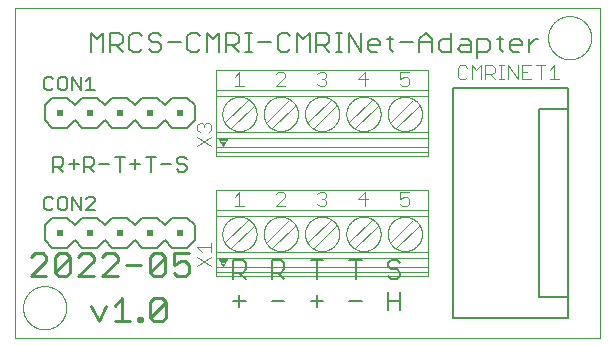
<source format=gto>
G75*
%MOIN*%
%OFA0B0*%
%FSLAX25Y25*%
%IPPOS*%
%LPD*%
%AMOC8*
5,1,8,0,0,1.08239X$1,22.5*
%
%ADD10C,0.00700*%
%ADD11C,0.00900*%
%ADD12C,0.00000*%
%ADD13C,0.00600*%
%ADD14C,0.00800*%
%ADD15C,0.00400*%
%ADD16C,0.00500*%
%ADD17R,0.02000X0.02000*%
D10*
X0074350Y0013753D02*
X0078554Y0013753D01*
X0076452Y0015854D02*
X0076452Y0011651D01*
X0087241Y0013753D02*
X0091445Y0013753D01*
X0100132Y0013753D02*
X0104336Y0013753D01*
X0102234Y0015854D02*
X0102234Y0011651D01*
X0113023Y0013753D02*
X0117227Y0013753D01*
X0125914Y0013753D02*
X0130118Y0013753D01*
X0130118Y0016905D02*
X0130118Y0010600D01*
X0125914Y0010600D02*
X0125914Y0016905D01*
X0126965Y0021100D02*
X0125914Y0022151D01*
X0126965Y0021100D02*
X0129067Y0021100D01*
X0130118Y0022151D01*
X0130118Y0023202D01*
X0129067Y0024253D01*
X0126965Y0024253D01*
X0125914Y0025304D01*
X0125914Y0026354D01*
X0126965Y0027405D01*
X0129067Y0027405D01*
X0130118Y0026354D01*
X0117227Y0027405D02*
X0113023Y0027405D01*
X0115125Y0027405D02*
X0115125Y0021100D01*
X0104336Y0027405D02*
X0100132Y0027405D01*
X0102234Y0027405D02*
X0102234Y0021100D01*
X0091445Y0021100D02*
X0089343Y0023202D01*
X0090394Y0023202D02*
X0087241Y0023202D01*
X0087241Y0021100D02*
X0087241Y0027405D01*
X0090394Y0027405D01*
X0091445Y0026354D01*
X0091445Y0024253D01*
X0090394Y0023202D01*
X0078554Y0024253D02*
X0077503Y0023202D01*
X0074350Y0023202D01*
X0076452Y0023202D02*
X0078554Y0021100D01*
X0074350Y0021100D02*
X0074350Y0027405D01*
X0077503Y0027405D01*
X0078554Y0026354D01*
X0078554Y0024253D01*
X0155760Y0094748D02*
X0155760Y0101054D01*
X0158913Y0101054D01*
X0159964Y0100003D01*
X0159964Y0097901D01*
X0158913Y0096850D01*
X0155760Y0096850D01*
X0153518Y0096850D02*
X0150365Y0096850D01*
X0149314Y0097901D01*
X0150365Y0098952D01*
X0153518Y0098952D01*
X0153518Y0100003D02*
X0153518Y0096850D01*
X0153518Y0100003D02*
X0152467Y0101054D01*
X0150365Y0101054D01*
X0147073Y0101054D02*
X0143920Y0101054D01*
X0142869Y0100003D01*
X0142869Y0097901D01*
X0143920Y0096850D01*
X0147073Y0096850D01*
X0147073Y0103155D01*
X0140627Y0101054D02*
X0140627Y0096850D01*
X0136423Y0096850D02*
X0136423Y0101054D01*
X0138525Y0103155D01*
X0140627Y0101054D01*
X0140627Y0100003D02*
X0136423Y0100003D01*
X0134182Y0100003D02*
X0129978Y0100003D01*
X0127783Y0101054D02*
X0125681Y0101054D01*
X0126732Y0102104D02*
X0126732Y0097901D01*
X0127783Y0096850D01*
X0123439Y0098952D02*
X0119235Y0098952D01*
X0119235Y0097901D02*
X0119235Y0100003D01*
X0120286Y0101054D01*
X0122388Y0101054D01*
X0123439Y0100003D01*
X0123439Y0098952D01*
X0122388Y0096850D02*
X0120286Y0096850D01*
X0119235Y0097901D01*
X0116994Y0096850D02*
X0116994Y0103155D01*
X0112790Y0103155D02*
X0116994Y0096850D01*
X0112790Y0096850D02*
X0112790Y0103155D01*
X0110595Y0103155D02*
X0108493Y0103155D01*
X0109544Y0103155D02*
X0109544Y0096850D01*
X0108493Y0096850D02*
X0110595Y0096850D01*
X0106251Y0096850D02*
X0104149Y0098952D01*
X0105200Y0098952D02*
X0106251Y0100003D01*
X0106251Y0102104D01*
X0105200Y0103155D01*
X0102047Y0103155D01*
X0102047Y0096850D01*
X0099806Y0096850D02*
X0099806Y0103155D01*
X0097704Y0101054D01*
X0095602Y0103155D01*
X0095602Y0096850D01*
X0093360Y0097901D02*
X0092309Y0096850D01*
X0090207Y0096850D01*
X0089156Y0097901D01*
X0089156Y0102104D01*
X0090207Y0103155D01*
X0092309Y0103155D01*
X0093360Y0102104D01*
X0086915Y0100003D02*
X0082711Y0100003D01*
X0080516Y0103155D02*
X0078414Y0103155D01*
X0079465Y0103155D02*
X0079465Y0096850D01*
X0078414Y0096850D02*
X0080516Y0096850D01*
X0076172Y0096850D02*
X0074070Y0098952D01*
X0075121Y0098952D02*
X0071968Y0098952D01*
X0075121Y0098952D02*
X0076172Y0100003D01*
X0076172Y0102104D01*
X0075121Y0103155D01*
X0071968Y0103155D01*
X0071968Y0096850D01*
X0069727Y0096850D02*
X0069727Y0103155D01*
X0067625Y0101054D01*
X0065523Y0103155D01*
X0065523Y0096850D01*
X0063281Y0097901D02*
X0062230Y0096850D01*
X0060128Y0096850D01*
X0059077Y0097901D01*
X0059077Y0102104D01*
X0060128Y0103155D01*
X0062230Y0103155D01*
X0063281Y0102104D01*
X0056836Y0100003D02*
X0052632Y0100003D01*
X0050390Y0098952D02*
X0050390Y0097901D01*
X0049339Y0096850D01*
X0047237Y0096850D01*
X0046186Y0097901D01*
X0043945Y0097901D02*
X0042894Y0096850D01*
X0040792Y0096850D01*
X0039741Y0097901D01*
X0039741Y0102104D01*
X0040792Y0103155D01*
X0042894Y0103155D01*
X0043945Y0102104D01*
X0046186Y0102104D02*
X0046186Y0101054D01*
X0047237Y0100003D01*
X0049339Y0100003D01*
X0050390Y0098952D01*
X0050390Y0102104D02*
X0049339Y0103155D01*
X0047237Y0103155D01*
X0046186Y0102104D01*
X0037499Y0102104D02*
X0037499Y0100003D01*
X0036448Y0098952D01*
X0033295Y0098952D01*
X0035397Y0098952D02*
X0037499Y0096850D01*
X0033295Y0096850D02*
X0033295Y0103155D01*
X0036448Y0103155D01*
X0037499Y0102104D01*
X0031054Y0103155D02*
X0031054Y0096850D01*
X0026850Y0096850D02*
X0026850Y0103155D01*
X0028952Y0101054D01*
X0031054Y0103155D01*
X0102047Y0098952D02*
X0105200Y0098952D01*
X0162205Y0101054D02*
X0164307Y0101054D01*
X0163256Y0102104D02*
X0163256Y0097901D01*
X0164307Y0096850D01*
X0166502Y0097901D02*
X0166502Y0100003D01*
X0167553Y0101054D01*
X0169655Y0101054D01*
X0170706Y0100003D01*
X0170706Y0098952D01*
X0166502Y0098952D01*
X0166502Y0097901D02*
X0167553Y0096850D01*
X0169655Y0096850D01*
X0172948Y0096850D02*
X0172948Y0101054D01*
X0175050Y0101054D02*
X0176101Y0101054D01*
X0175050Y0101054D02*
X0172948Y0098952D01*
D11*
X0059600Y0029657D02*
X0054463Y0029657D01*
X0054463Y0025803D01*
X0057031Y0027088D01*
X0058316Y0027088D01*
X0059600Y0025803D01*
X0059600Y0023234D01*
X0058316Y0021950D01*
X0055747Y0021950D01*
X0054463Y0023234D01*
X0051682Y0023234D02*
X0050397Y0021950D01*
X0047828Y0021950D01*
X0046544Y0023234D01*
X0051682Y0028372D01*
X0051682Y0023234D01*
X0046544Y0023234D02*
X0046544Y0028372D01*
X0047828Y0029657D01*
X0050397Y0029657D01*
X0051682Y0028372D01*
X0043763Y0025803D02*
X0038625Y0025803D01*
X0035844Y0027088D02*
X0035844Y0028372D01*
X0034560Y0029657D01*
X0031991Y0029657D01*
X0030706Y0028372D01*
X0027925Y0028372D02*
X0026641Y0029657D01*
X0024072Y0029657D01*
X0022788Y0028372D01*
X0020006Y0028372D02*
X0014869Y0023234D01*
X0016153Y0021950D01*
X0018722Y0021950D01*
X0020006Y0023234D01*
X0020006Y0028372D01*
X0018722Y0029657D01*
X0016153Y0029657D01*
X0014869Y0028372D01*
X0014869Y0023234D01*
X0012088Y0021950D02*
X0006950Y0021950D01*
X0012088Y0027088D01*
X0012088Y0028372D01*
X0010803Y0029657D01*
X0008234Y0029657D01*
X0006950Y0028372D01*
X0022788Y0021950D02*
X0027925Y0027088D01*
X0027925Y0028372D01*
X0030706Y0021950D02*
X0035844Y0027088D01*
X0035844Y0021950D02*
X0030706Y0021950D01*
X0027925Y0021950D02*
X0022788Y0021950D01*
X0034869Y0012088D02*
X0037438Y0014657D01*
X0037438Y0006950D01*
X0040006Y0006950D02*
X0034869Y0006950D01*
X0029519Y0006950D02*
X0032088Y0012088D01*
X0026950Y0012088D02*
X0029519Y0006950D01*
X0042788Y0006950D02*
X0044072Y0006950D01*
X0044072Y0008234D01*
X0042788Y0008234D01*
X0042788Y0006950D01*
X0046747Y0008234D02*
X0051885Y0013372D01*
X0051885Y0008234D01*
X0050600Y0006950D01*
X0048031Y0006950D01*
X0046747Y0008234D01*
X0046747Y0013372D01*
X0048031Y0014657D01*
X0050600Y0014657D01*
X0051885Y0013372D01*
D12*
X0001500Y0001500D02*
X0001500Y0111500D01*
X0196500Y0111500D01*
X0196500Y0001500D01*
X0001500Y0001500D01*
X0004300Y0011500D02*
X0004302Y0011677D01*
X0004309Y0011853D01*
X0004320Y0012030D01*
X0004335Y0012206D01*
X0004354Y0012381D01*
X0004378Y0012556D01*
X0004406Y0012731D01*
X0004438Y0012905D01*
X0004475Y0013078D01*
X0004516Y0013249D01*
X0004561Y0013420D01*
X0004610Y0013590D01*
X0004663Y0013759D01*
X0004721Y0013926D01*
X0004782Y0014091D01*
X0004848Y0014255D01*
X0004918Y0014418D01*
X0004991Y0014578D01*
X0005069Y0014737D01*
X0005150Y0014894D01*
X0005235Y0015049D01*
X0005324Y0015202D01*
X0005417Y0015352D01*
X0005513Y0015500D01*
X0005613Y0015646D01*
X0005717Y0015789D01*
X0005824Y0015930D01*
X0005934Y0016068D01*
X0006048Y0016203D01*
X0006165Y0016335D01*
X0006285Y0016465D01*
X0006409Y0016591D01*
X0006535Y0016715D01*
X0006665Y0016835D01*
X0006797Y0016952D01*
X0006932Y0017066D01*
X0007070Y0017176D01*
X0007211Y0017283D01*
X0007354Y0017387D01*
X0007500Y0017487D01*
X0007648Y0017583D01*
X0007798Y0017676D01*
X0007951Y0017765D01*
X0008106Y0017850D01*
X0008263Y0017931D01*
X0008422Y0018009D01*
X0008582Y0018082D01*
X0008745Y0018152D01*
X0008909Y0018218D01*
X0009074Y0018279D01*
X0009241Y0018337D01*
X0009410Y0018390D01*
X0009580Y0018439D01*
X0009751Y0018484D01*
X0009922Y0018525D01*
X0010095Y0018562D01*
X0010269Y0018594D01*
X0010444Y0018622D01*
X0010619Y0018646D01*
X0010794Y0018665D01*
X0010970Y0018680D01*
X0011147Y0018691D01*
X0011323Y0018698D01*
X0011500Y0018700D01*
X0011677Y0018698D01*
X0011853Y0018691D01*
X0012030Y0018680D01*
X0012206Y0018665D01*
X0012381Y0018646D01*
X0012556Y0018622D01*
X0012731Y0018594D01*
X0012905Y0018562D01*
X0013078Y0018525D01*
X0013249Y0018484D01*
X0013420Y0018439D01*
X0013590Y0018390D01*
X0013759Y0018337D01*
X0013926Y0018279D01*
X0014091Y0018218D01*
X0014255Y0018152D01*
X0014418Y0018082D01*
X0014578Y0018009D01*
X0014737Y0017931D01*
X0014894Y0017850D01*
X0015049Y0017765D01*
X0015202Y0017676D01*
X0015352Y0017583D01*
X0015500Y0017487D01*
X0015646Y0017387D01*
X0015789Y0017283D01*
X0015930Y0017176D01*
X0016068Y0017066D01*
X0016203Y0016952D01*
X0016335Y0016835D01*
X0016465Y0016715D01*
X0016591Y0016591D01*
X0016715Y0016465D01*
X0016835Y0016335D01*
X0016952Y0016203D01*
X0017066Y0016068D01*
X0017176Y0015930D01*
X0017283Y0015789D01*
X0017387Y0015646D01*
X0017487Y0015500D01*
X0017583Y0015352D01*
X0017676Y0015202D01*
X0017765Y0015049D01*
X0017850Y0014894D01*
X0017931Y0014737D01*
X0018009Y0014578D01*
X0018082Y0014418D01*
X0018152Y0014255D01*
X0018218Y0014091D01*
X0018279Y0013926D01*
X0018337Y0013759D01*
X0018390Y0013590D01*
X0018439Y0013420D01*
X0018484Y0013249D01*
X0018525Y0013078D01*
X0018562Y0012905D01*
X0018594Y0012731D01*
X0018622Y0012556D01*
X0018646Y0012381D01*
X0018665Y0012206D01*
X0018680Y0012030D01*
X0018691Y0011853D01*
X0018698Y0011677D01*
X0018700Y0011500D01*
X0018698Y0011323D01*
X0018691Y0011147D01*
X0018680Y0010970D01*
X0018665Y0010794D01*
X0018646Y0010619D01*
X0018622Y0010444D01*
X0018594Y0010269D01*
X0018562Y0010095D01*
X0018525Y0009922D01*
X0018484Y0009751D01*
X0018439Y0009580D01*
X0018390Y0009410D01*
X0018337Y0009241D01*
X0018279Y0009074D01*
X0018218Y0008909D01*
X0018152Y0008745D01*
X0018082Y0008582D01*
X0018009Y0008422D01*
X0017931Y0008263D01*
X0017850Y0008106D01*
X0017765Y0007951D01*
X0017676Y0007798D01*
X0017583Y0007648D01*
X0017487Y0007500D01*
X0017387Y0007354D01*
X0017283Y0007211D01*
X0017176Y0007070D01*
X0017066Y0006932D01*
X0016952Y0006797D01*
X0016835Y0006665D01*
X0016715Y0006535D01*
X0016591Y0006409D01*
X0016465Y0006285D01*
X0016335Y0006165D01*
X0016203Y0006048D01*
X0016068Y0005934D01*
X0015930Y0005824D01*
X0015789Y0005717D01*
X0015646Y0005613D01*
X0015500Y0005513D01*
X0015352Y0005417D01*
X0015202Y0005324D01*
X0015049Y0005235D01*
X0014894Y0005150D01*
X0014737Y0005069D01*
X0014578Y0004991D01*
X0014418Y0004918D01*
X0014255Y0004848D01*
X0014091Y0004782D01*
X0013926Y0004721D01*
X0013759Y0004663D01*
X0013590Y0004610D01*
X0013420Y0004561D01*
X0013249Y0004516D01*
X0013078Y0004475D01*
X0012905Y0004438D01*
X0012731Y0004406D01*
X0012556Y0004378D01*
X0012381Y0004354D01*
X0012206Y0004335D01*
X0012030Y0004320D01*
X0011853Y0004309D01*
X0011677Y0004302D01*
X0011500Y0004300D01*
X0011323Y0004302D01*
X0011147Y0004309D01*
X0010970Y0004320D01*
X0010794Y0004335D01*
X0010619Y0004354D01*
X0010444Y0004378D01*
X0010269Y0004406D01*
X0010095Y0004438D01*
X0009922Y0004475D01*
X0009751Y0004516D01*
X0009580Y0004561D01*
X0009410Y0004610D01*
X0009241Y0004663D01*
X0009074Y0004721D01*
X0008909Y0004782D01*
X0008745Y0004848D01*
X0008582Y0004918D01*
X0008422Y0004991D01*
X0008263Y0005069D01*
X0008106Y0005150D01*
X0007951Y0005235D01*
X0007798Y0005324D01*
X0007648Y0005417D01*
X0007500Y0005513D01*
X0007354Y0005613D01*
X0007211Y0005717D01*
X0007070Y0005824D01*
X0006932Y0005934D01*
X0006797Y0006048D01*
X0006665Y0006165D01*
X0006535Y0006285D01*
X0006409Y0006409D01*
X0006285Y0006535D01*
X0006165Y0006665D01*
X0006048Y0006797D01*
X0005934Y0006932D01*
X0005824Y0007070D01*
X0005717Y0007211D01*
X0005613Y0007354D01*
X0005513Y0007500D01*
X0005417Y0007648D01*
X0005324Y0007798D01*
X0005235Y0007951D01*
X0005150Y0008106D01*
X0005069Y0008263D01*
X0004991Y0008422D01*
X0004918Y0008582D01*
X0004848Y0008745D01*
X0004782Y0008909D01*
X0004721Y0009074D01*
X0004663Y0009241D01*
X0004610Y0009410D01*
X0004561Y0009580D01*
X0004516Y0009751D01*
X0004475Y0009922D01*
X0004438Y0010095D01*
X0004406Y0010269D01*
X0004378Y0010444D01*
X0004354Y0010619D01*
X0004335Y0010794D01*
X0004320Y0010970D01*
X0004309Y0011147D01*
X0004302Y0011323D01*
X0004300Y0011500D01*
X0179300Y0101500D02*
X0179302Y0101677D01*
X0179309Y0101853D01*
X0179320Y0102030D01*
X0179335Y0102206D01*
X0179354Y0102381D01*
X0179378Y0102556D01*
X0179406Y0102731D01*
X0179438Y0102905D01*
X0179475Y0103078D01*
X0179516Y0103249D01*
X0179561Y0103420D01*
X0179610Y0103590D01*
X0179663Y0103759D01*
X0179721Y0103926D01*
X0179782Y0104091D01*
X0179848Y0104255D01*
X0179918Y0104418D01*
X0179991Y0104578D01*
X0180069Y0104737D01*
X0180150Y0104894D01*
X0180235Y0105049D01*
X0180324Y0105202D01*
X0180417Y0105352D01*
X0180513Y0105500D01*
X0180613Y0105646D01*
X0180717Y0105789D01*
X0180824Y0105930D01*
X0180934Y0106068D01*
X0181048Y0106203D01*
X0181165Y0106335D01*
X0181285Y0106465D01*
X0181409Y0106591D01*
X0181535Y0106715D01*
X0181665Y0106835D01*
X0181797Y0106952D01*
X0181932Y0107066D01*
X0182070Y0107176D01*
X0182211Y0107283D01*
X0182354Y0107387D01*
X0182500Y0107487D01*
X0182648Y0107583D01*
X0182798Y0107676D01*
X0182951Y0107765D01*
X0183106Y0107850D01*
X0183263Y0107931D01*
X0183422Y0108009D01*
X0183582Y0108082D01*
X0183745Y0108152D01*
X0183909Y0108218D01*
X0184074Y0108279D01*
X0184241Y0108337D01*
X0184410Y0108390D01*
X0184580Y0108439D01*
X0184751Y0108484D01*
X0184922Y0108525D01*
X0185095Y0108562D01*
X0185269Y0108594D01*
X0185444Y0108622D01*
X0185619Y0108646D01*
X0185794Y0108665D01*
X0185970Y0108680D01*
X0186147Y0108691D01*
X0186323Y0108698D01*
X0186500Y0108700D01*
X0186677Y0108698D01*
X0186853Y0108691D01*
X0187030Y0108680D01*
X0187206Y0108665D01*
X0187381Y0108646D01*
X0187556Y0108622D01*
X0187731Y0108594D01*
X0187905Y0108562D01*
X0188078Y0108525D01*
X0188249Y0108484D01*
X0188420Y0108439D01*
X0188590Y0108390D01*
X0188759Y0108337D01*
X0188926Y0108279D01*
X0189091Y0108218D01*
X0189255Y0108152D01*
X0189418Y0108082D01*
X0189578Y0108009D01*
X0189737Y0107931D01*
X0189894Y0107850D01*
X0190049Y0107765D01*
X0190202Y0107676D01*
X0190352Y0107583D01*
X0190500Y0107487D01*
X0190646Y0107387D01*
X0190789Y0107283D01*
X0190930Y0107176D01*
X0191068Y0107066D01*
X0191203Y0106952D01*
X0191335Y0106835D01*
X0191465Y0106715D01*
X0191591Y0106591D01*
X0191715Y0106465D01*
X0191835Y0106335D01*
X0191952Y0106203D01*
X0192066Y0106068D01*
X0192176Y0105930D01*
X0192283Y0105789D01*
X0192387Y0105646D01*
X0192487Y0105500D01*
X0192583Y0105352D01*
X0192676Y0105202D01*
X0192765Y0105049D01*
X0192850Y0104894D01*
X0192931Y0104737D01*
X0193009Y0104578D01*
X0193082Y0104418D01*
X0193152Y0104255D01*
X0193218Y0104091D01*
X0193279Y0103926D01*
X0193337Y0103759D01*
X0193390Y0103590D01*
X0193439Y0103420D01*
X0193484Y0103249D01*
X0193525Y0103078D01*
X0193562Y0102905D01*
X0193594Y0102731D01*
X0193622Y0102556D01*
X0193646Y0102381D01*
X0193665Y0102206D01*
X0193680Y0102030D01*
X0193691Y0101853D01*
X0193698Y0101677D01*
X0193700Y0101500D01*
X0193698Y0101323D01*
X0193691Y0101147D01*
X0193680Y0100970D01*
X0193665Y0100794D01*
X0193646Y0100619D01*
X0193622Y0100444D01*
X0193594Y0100269D01*
X0193562Y0100095D01*
X0193525Y0099922D01*
X0193484Y0099751D01*
X0193439Y0099580D01*
X0193390Y0099410D01*
X0193337Y0099241D01*
X0193279Y0099074D01*
X0193218Y0098909D01*
X0193152Y0098745D01*
X0193082Y0098582D01*
X0193009Y0098422D01*
X0192931Y0098263D01*
X0192850Y0098106D01*
X0192765Y0097951D01*
X0192676Y0097798D01*
X0192583Y0097648D01*
X0192487Y0097500D01*
X0192387Y0097354D01*
X0192283Y0097211D01*
X0192176Y0097070D01*
X0192066Y0096932D01*
X0191952Y0096797D01*
X0191835Y0096665D01*
X0191715Y0096535D01*
X0191591Y0096409D01*
X0191465Y0096285D01*
X0191335Y0096165D01*
X0191203Y0096048D01*
X0191068Y0095934D01*
X0190930Y0095824D01*
X0190789Y0095717D01*
X0190646Y0095613D01*
X0190500Y0095513D01*
X0190352Y0095417D01*
X0190202Y0095324D01*
X0190049Y0095235D01*
X0189894Y0095150D01*
X0189737Y0095069D01*
X0189578Y0094991D01*
X0189418Y0094918D01*
X0189255Y0094848D01*
X0189091Y0094782D01*
X0188926Y0094721D01*
X0188759Y0094663D01*
X0188590Y0094610D01*
X0188420Y0094561D01*
X0188249Y0094516D01*
X0188078Y0094475D01*
X0187905Y0094438D01*
X0187731Y0094406D01*
X0187556Y0094378D01*
X0187381Y0094354D01*
X0187206Y0094335D01*
X0187030Y0094320D01*
X0186853Y0094309D01*
X0186677Y0094302D01*
X0186500Y0094300D01*
X0186323Y0094302D01*
X0186147Y0094309D01*
X0185970Y0094320D01*
X0185794Y0094335D01*
X0185619Y0094354D01*
X0185444Y0094378D01*
X0185269Y0094406D01*
X0185095Y0094438D01*
X0184922Y0094475D01*
X0184751Y0094516D01*
X0184580Y0094561D01*
X0184410Y0094610D01*
X0184241Y0094663D01*
X0184074Y0094721D01*
X0183909Y0094782D01*
X0183745Y0094848D01*
X0183582Y0094918D01*
X0183422Y0094991D01*
X0183263Y0095069D01*
X0183106Y0095150D01*
X0182951Y0095235D01*
X0182798Y0095324D01*
X0182648Y0095417D01*
X0182500Y0095513D01*
X0182354Y0095613D01*
X0182211Y0095717D01*
X0182070Y0095824D01*
X0181932Y0095934D01*
X0181797Y0096048D01*
X0181665Y0096165D01*
X0181535Y0096285D01*
X0181409Y0096409D01*
X0181285Y0096535D01*
X0181165Y0096665D01*
X0181048Y0096797D01*
X0180934Y0096932D01*
X0180824Y0097070D01*
X0180717Y0097211D01*
X0180613Y0097354D01*
X0180513Y0097500D01*
X0180417Y0097648D01*
X0180324Y0097798D01*
X0180235Y0097951D01*
X0180150Y0098106D01*
X0180069Y0098263D01*
X0179991Y0098422D01*
X0179918Y0098582D01*
X0179848Y0098745D01*
X0179782Y0098909D01*
X0179721Y0099074D01*
X0179663Y0099241D01*
X0179610Y0099410D01*
X0179561Y0099580D01*
X0179516Y0099751D01*
X0179475Y0099922D01*
X0179438Y0100095D01*
X0179406Y0100269D01*
X0179378Y0100444D01*
X0179354Y0100619D01*
X0179335Y0100794D01*
X0179320Y0100970D01*
X0179309Y0101147D01*
X0179302Y0101323D01*
X0179300Y0101500D01*
D13*
X0058887Y0060970D02*
X0058053Y0061804D01*
X0056385Y0061804D01*
X0055551Y0060970D01*
X0055551Y0060136D01*
X0056385Y0059302D01*
X0058053Y0059302D01*
X0058887Y0058468D01*
X0058887Y0057634D01*
X0058053Y0056800D01*
X0056385Y0056800D01*
X0055551Y0057634D01*
X0053731Y0059302D02*
X0050395Y0059302D01*
X0048575Y0061804D02*
X0045238Y0061804D01*
X0046906Y0061804D02*
X0046906Y0056800D01*
X0043418Y0059302D02*
X0040082Y0059302D01*
X0041750Y0060970D02*
X0041750Y0057634D01*
X0036594Y0056800D02*
X0036594Y0061804D01*
X0034926Y0061804D02*
X0038262Y0061804D01*
X0033105Y0059302D02*
X0029769Y0059302D01*
X0027949Y0059302D02*
X0027949Y0060970D01*
X0027115Y0061804D01*
X0024613Y0061804D01*
X0024613Y0056800D01*
X0024613Y0058468D02*
X0027115Y0058468D01*
X0027949Y0059302D01*
X0026281Y0058468D02*
X0027949Y0056800D01*
X0022793Y0059302D02*
X0019456Y0059302D01*
X0017636Y0059302D02*
X0016802Y0058468D01*
X0014300Y0058468D01*
X0014300Y0056800D02*
X0014300Y0061804D01*
X0016802Y0061804D01*
X0017636Y0060970D01*
X0017636Y0059302D01*
X0015968Y0058468D02*
X0017636Y0056800D01*
X0021124Y0057634D02*
X0021124Y0060970D01*
D14*
X0019000Y0071500D02*
X0014000Y0071500D01*
X0011500Y0074000D01*
X0011500Y0079000D01*
X0014000Y0081500D01*
X0019000Y0081500D01*
X0021500Y0079000D01*
X0024000Y0081500D01*
X0029000Y0081500D01*
X0031500Y0079000D01*
X0034000Y0081500D01*
X0039000Y0081500D01*
X0041500Y0079000D01*
X0044000Y0081500D01*
X0049000Y0081500D01*
X0051500Y0079000D01*
X0054000Y0081500D01*
X0059000Y0081500D01*
X0061500Y0079000D01*
X0061500Y0074000D01*
X0059000Y0071500D01*
X0054000Y0071500D01*
X0051500Y0074000D01*
X0049000Y0071500D01*
X0044000Y0071500D01*
X0041500Y0074000D01*
X0039000Y0071500D01*
X0034000Y0071500D01*
X0031500Y0074000D01*
X0029000Y0071500D01*
X0024000Y0071500D01*
X0021500Y0074000D01*
X0019000Y0071500D01*
X0019000Y0041500D02*
X0014000Y0041500D01*
X0011500Y0039000D01*
X0011500Y0034000D01*
X0014000Y0031500D01*
X0019000Y0031500D01*
X0021500Y0034000D01*
X0024000Y0031500D01*
X0029000Y0031500D01*
X0031500Y0034000D01*
X0034000Y0031500D01*
X0039000Y0031500D01*
X0041500Y0034000D01*
X0044000Y0031500D01*
X0049000Y0031500D01*
X0051500Y0034000D01*
X0054000Y0031500D01*
X0059000Y0031500D01*
X0061500Y0034000D01*
X0061500Y0039000D01*
X0059000Y0041500D01*
X0054000Y0041500D01*
X0051500Y0039000D01*
X0049000Y0041500D01*
X0044000Y0041500D01*
X0041500Y0039000D01*
X0039000Y0041500D01*
X0034000Y0041500D01*
X0031500Y0039000D01*
X0029000Y0041500D01*
X0024000Y0041500D01*
X0021500Y0039000D01*
X0019000Y0041500D01*
X0147504Y0008114D02*
X0185988Y0008114D01*
X0185988Y0015201D01*
X0176441Y0015201D01*
X0176441Y0077701D01*
X0185988Y0077701D01*
X0185988Y0084787D01*
X0147504Y0084787D01*
X0147504Y0008114D01*
X0185988Y0015201D02*
X0185988Y0077701D01*
D15*
X0182962Y0087724D02*
X0179893Y0087724D01*
X0181427Y0087724D02*
X0181427Y0092328D01*
X0179893Y0090793D01*
X0178358Y0092328D02*
X0175289Y0092328D01*
X0176824Y0092328D02*
X0176824Y0087724D01*
X0173754Y0087724D02*
X0170685Y0087724D01*
X0170685Y0092328D01*
X0173754Y0092328D01*
X0172220Y0090026D02*
X0170685Y0090026D01*
X0169150Y0087724D02*
X0169150Y0092328D01*
X0166081Y0092328D02*
X0169150Y0087724D01*
X0166081Y0087724D02*
X0166081Y0092328D01*
X0164546Y0092328D02*
X0163012Y0092328D01*
X0163779Y0092328D02*
X0163779Y0087724D01*
X0163012Y0087724D02*
X0164546Y0087724D01*
X0161477Y0087724D02*
X0159942Y0089258D01*
X0160710Y0089258D02*
X0161477Y0090026D01*
X0161477Y0091560D01*
X0160710Y0092328D01*
X0158408Y0092328D01*
X0158408Y0087724D01*
X0158408Y0089258D02*
X0160710Y0089258D01*
X0156873Y0087724D02*
X0156873Y0092328D01*
X0155339Y0090793D01*
X0153804Y0092328D01*
X0153804Y0087724D01*
X0152269Y0088491D02*
X0151502Y0087724D01*
X0149967Y0087724D01*
X0149200Y0088491D01*
X0149200Y0091560D01*
X0149967Y0092328D01*
X0151502Y0092328D01*
X0152269Y0091560D01*
X0139433Y0090870D02*
X0139433Y0084029D01*
X0139433Y0082156D01*
X0068567Y0082156D01*
X0068567Y0070137D01*
X0068567Y0068235D01*
X0068567Y0065039D01*
X0068567Y0063311D01*
X0068567Y0062130D01*
X0139433Y0062130D01*
X0139433Y0063311D01*
X0139433Y0065039D01*
X0068567Y0065039D01*
X0066969Y0065450D02*
X0062365Y0068519D01*
X0063133Y0070054D02*
X0062365Y0070821D01*
X0062365Y0072356D01*
X0063133Y0073123D01*
X0063900Y0073123D01*
X0064667Y0072356D01*
X0065435Y0073123D01*
X0066202Y0073123D01*
X0066969Y0072356D01*
X0066969Y0070821D01*
X0066202Y0070054D01*
X0066969Y0068519D02*
X0062365Y0065450D01*
X0068567Y0063311D02*
X0139433Y0063311D01*
X0139433Y0065039D02*
X0139433Y0068235D01*
X0139433Y0070137D01*
X0068567Y0070137D01*
X0068567Y0068235D02*
X0139433Y0068235D01*
X0139433Y0070137D02*
X0139433Y0082156D01*
X0139433Y0084029D02*
X0068567Y0084029D01*
X0068567Y0082156D01*
X0068567Y0084029D02*
X0068567Y0090870D01*
X0139433Y0090870D01*
X0132939Y0090054D02*
X0129869Y0090054D01*
X0129869Y0087752D01*
X0131404Y0088519D01*
X0132171Y0088519D01*
X0132939Y0087752D01*
X0132939Y0086217D01*
X0132171Y0085450D01*
X0130637Y0085450D01*
X0129869Y0086217D01*
X0134358Y0080854D02*
X0126811Y0073307D01*
X0128760Y0071358D02*
X0136283Y0078882D01*
X0136307Y0078906D01*
X0125850Y0076106D02*
X0125852Y0076257D01*
X0125858Y0076407D01*
X0125868Y0076558D01*
X0125882Y0076708D01*
X0125900Y0076857D01*
X0125921Y0077007D01*
X0125947Y0077155D01*
X0125977Y0077303D01*
X0126010Y0077450D01*
X0126048Y0077596D01*
X0126089Y0077741D01*
X0126134Y0077885D01*
X0126183Y0078027D01*
X0126236Y0078168D01*
X0126292Y0078308D01*
X0126352Y0078446D01*
X0126415Y0078583D01*
X0126483Y0078718D01*
X0126553Y0078851D01*
X0126627Y0078982D01*
X0126705Y0079111D01*
X0126786Y0079238D01*
X0126870Y0079363D01*
X0126958Y0079486D01*
X0127049Y0079606D01*
X0127143Y0079724D01*
X0127240Y0079839D01*
X0127340Y0079952D01*
X0127443Y0080062D01*
X0127549Y0080169D01*
X0127658Y0080274D01*
X0127769Y0080375D01*
X0127883Y0080474D01*
X0127999Y0080569D01*
X0128119Y0080662D01*
X0128240Y0080751D01*
X0128364Y0080837D01*
X0128490Y0080920D01*
X0128618Y0080999D01*
X0128748Y0081075D01*
X0128880Y0081148D01*
X0129014Y0081216D01*
X0129150Y0081282D01*
X0129288Y0081344D01*
X0129427Y0081402D01*
X0129567Y0081456D01*
X0129709Y0081507D01*
X0129852Y0081554D01*
X0129997Y0081597D01*
X0130142Y0081636D01*
X0130289Y0081672D01*
X0130436Y0081703D01*
X0130584Y0081731D01*
X0130733Y0081755D01*
X0130882Y0081775D01*
X0131032Y0081791D01*
X0131182Y0081803D01*
X0131333Y0081811D01*
X0131484Y0081815D01*
X0131634Y0081815D01*
X0131785Y0081811D01*
X0131936Y0081803D01*
X0132086Y0081791D01*
X0132236Y0081775D01*
X0132385Y0081755D01*
X0132534Y0081731D01*
X0132682Y0081703D01*
X0132829Y0081672D01*
X0132976Y0081636D01*
X0133121Y0081597D01*
X0133266Y0081554D01*
X0133409Y0081507D01*
X0133551Y0081456D01*
X0133691Y0081402D01*
X0133830Y0081344D01*
X0133968Y0081282D01*
X0134104Y0081216D01*
X0134238Y0081148D01*
X0134370Y0081075D01*
X0134500Y0080999D01*
X0134628Y0080920D01*
X0134754Y0080837D01*
X0134878Y0080751D01*
X0134999Y0080662D01*
X0135119Y0080569D01*
X0135235Y0080474D01*
X0135349Y0080375D01*
X0135460Y0080274D01*
X0135569Y0080169D01*
X0135675Y0080062D01*
X0135778Y0079952D01*
X0135878Y0079839D01*
X0135975Y0079724D01*
X0136069Y0079606D01*
X0136160Y0079486D01*
X0136248Y0079363D01*
X0136332Y0079238D01*
X0136413Y0079111D01*
X0136491Y0078982D01*
X0136565Y0078851D01*
X0136635Y0078718D01*
X0136703Y0078583D01*
X0136766Y0078446D01*
X0136826Y0078308D01*
X0136882Y0078168D01*
X0136935Y0078027D01*
X0136984Y0077885D01*
X0137029Y0077741D01*
X0137070Y0077596D01*
X0137108Y0077450D01*
X0137141Y0077303D01*
X0137171Y0077155D01*
X0137197Y0077007D01*
X0137218Y0076857D01*
X0137236Y0076708D01*
X0137250Y0076558D01*
X0137260Y0076407D01*
X0137266Y0076257D01*
X0137268Y0076106D01*
X0137266Y0075955D01*
X0137260Y0075805D01*
X0137250Y0075654D01*
X0137236Y0075504D01*
X0137218Y0075355D01*
X0137197Y0075205D01*
X0137171Y0075057D01*
X0137141Y0074909D01*
X0137108Y0074762D01*
X0137070Y0074616D01*
X0137029Y0074471D01*
X0136984Y0074327D01*
X0136935Y0074185D01*
X0136882Y0074044D01*
X0136826Y0073904D01*
X0136766Y0073766D01*
X0136703Y0073629D01*
X0136635Y0073494D01*
X0136565Y0073361D01*
X0136491Y0073230D01*
X0136413Y0073101D01*
X0136332Y0072974D01*
X0136248Y0072849D01*
X0136160Y0072726D01*
X0136069Y0072606D01*
X0135975Y0072488D01*
X0135878Y0072373D01*
X0135778Y0072260D01*
X0135675Y0072150D01*
X0135569Y0072043D01*
X0135460Y0071938D01*
X0135349Y0071837D01*
X0135235Y0071738D01*
X0135119Y0071643D01*
X0134999Y0071550D01*
X0134878Y0071461D01*
X0134754Y0071375D01*
X0134628Y0071292D01*
X0134500Y0071213D01*
X0134370Y0071137D01*
X0134238Y0071064D01*
X0134104Y0070996D01*
X0133968Y0070930D01*
X0133830Y0070868D01*
X0133691Y0070810D01*
X0133551Y0070756D01*
X0133409Y0070705D01*
X0133266Y0070658D01*
X0133121Y0070615D01*
X0132976Y0070576D01*
X0132829Y0070540D01*
X0132682Y0070509D01*
X0132534Y0070481D01*
X0132385Y0070457D01*
X0132236Y0070437D01*
X0132086Y0070421D01*
X0131936Y0070409D01*
X0131785Y0070401D01*
X0131634Y0070397D01*
X0131484Y0070397D01*
X0131333Y0070401D01*
X0131182Y0070409D01*
X0131032Y0070421D01*
X0130882Y0070437D01*
X0130733Y0070457D01*
X0130584Y0070481D01*
X0130436Y0070509D01*
X0130289Y0070540D01*
X0130142Y0070576D01*
X0129997Y0070615D01*
X0129852Y0070658D01*
X0129709Y0070705D01*
X0129567Y0070756D01*
X0129427Y0070810D01*
X0129288Y0070868D01*
X0129150Y0070930D01*
X0129014Y0070996D01*
X0128880Y0071064D01*
X0128748Y0071137D01*
X0128618Y0071213D01*
X0128490Y0071292D01*
X0128364Y0071375D01*
X0128240Y0071461D01*
X0128119Y0071550D01*
X0127999Y0071643D01*
X0127883Y0071738D01*
X0127769Y0071837D01*
X0127658Y0071938D01*
X0127549Y0072043D01*
X0127443Y0072150D01*
X0127340Y0072260D01*
X0127240Y0072373D01*
X0127143Y0072488D01*
X0127049Y0072606D01*
X0126958Y0072726D01*
X0126870Y0072849D01*
X0126786Y0072974D01*
X0126705Y0073101D01*
X0126627Y0073230D01*
X0126553Y0073361D01*
X0126483Y0073494D01*
X0126415Y0073629D01*
X0126352Y0073766D01*
X0126292Y0073904D01*
X0126236Y0074044D01*
X0126183Y0074185D01*
X0126134Y0074327D01*
X0126089Y0074471D01*
X0126048Y0074616D01*
X0126010Y0074762D01*
X0125977Y0074909D01*
X0125947Y0075057D01*
X0125921Y0075205D01*
X0125900Y0075355D01*
X0125882Y0075504D01*
X0125868Y0075654D01*
X0125858Y0075805D01*
X0125852Y0075955D01*
X0125850Y0076106D01*
X0122528Y0078906D02*
X0122504Y0078882D01*
X0114980Y0071358D01*
X0113031Y0073307D02*
X0120579Y0080854D01*
X0118421Y0085450D02*
X0118421Y0090054D01*
X0116119Y0087752D01*
X0119189Y0087752D01*
X0105439Y0088519D02*
X0104671Y0087752D01*
X0105439Y0086985D01*
X0105439Y0086217D01*
X0104671Y0085450D01*
X0103137Y0085450D01*
X0102369Y0086217D01*
X0103904Y0087752D02*
X0104671Y0087752D01*
X0105439Y0088519D02*
X0105439Y0089287D01*
X0104671Y0090054D01*
X0103137Y0090054D01*
X0102369Y0089287D01*
X0091689Y0089287D02*
X0091689Y0088519D01*
X0088619Y0085450D01*
X0091689Y0085450D01*
X0091689Y0089287D02*
X0090921Y0090054D01*
X0089387Y0090054D01*
X0088619Y0089287D01*
X0077939Y0085450D02*
X0074869Y0085450D01*
X0076404Y0085450D02*
X0076404Y0090054D01*
X0074869Y0088519D01*
X0079240Y0080854D02*
X0071693Y0073307D01*
X0073642Y0071358D02*
X0081165Y0078882D01*
X0081189Y0078906D01*
X0070732Y0076106D02*
X0070734Y0076257D01*
X0070740Y0076407D01*
X0070750Y0076558D01*
X0070764Y0076708D01*
X0070782Y0076857D01*
X0070803Y0077007D01*
X0070829Y0077155D01*
X0070859Y0077303D01*
X0070892Y0077450D01*
X0070930Y0077596D01*
X0070971Y0077741D01*
X0071016Y0077885D01*
X0071065Y0078027D01*
X0071118Y0078168D01*
X0071174Y0078308D01*
X0071234Y0078446D01*
X0071297Y0078583D01*
X0071365Y0078718D01*
X0071435Y0078851D01*
X0071509Y0078982D01*
X0071587Y0079111D01*
X0071668Y0079238D01*
X0071752Y0079363D01*
X0071840Y0079486D01*
X0071931Y0079606D01*
X0072025Y0079724D01*
X0072122Y0079839D01*
X0072222Y0079952D01*
X0072325Y0080062D01*
X0072431Y0080169D01*
X0072540Y0080274D01*
X0072651Y0080375D01*
X0072765Y0080474D01*
X0072881Y0080569D01*
X0073001Y0080662D01*
X0073122Y0080751D01*
X0073246Y0080837D01*
X0073372Y0080920D01*
X0073500Y0080999D01*
X0073630Y0081075D01*
X0073762Y0081148D01*
X0073896Y0081216D01*
X0074032Y0081282D01*
X0074170Y0081344D01*
X0074309Y0081402D01*
X0074449Y0081456D01*
X0074591Y0081507D01*
X0074734Y0081554D01*
X0074879Y0081597D01*
X0075024Y0081636D01*
X0075171Y0081672D01*
X0075318Y0081703D01*
X0075466Y0081731D01*
X0075615Y0081755D01*
X0075764Y0081775D01*
X0075914Y0081791D01*
X0076064Y0081803D01*
X0076215Y0081811D01*
X0076366Y0081815D01*
X0076516Y0081815D01*
X0076667Y0081811D01*
X0076818Y0081803D01*
X0076968Y0081791D01*
X0077118Y0081775D01*
X0077267Y0081755D01*
X0077416Y0081731D01*
X0077564Y0081703D01*
X0077711Y0081672D01*
X0077858Y0081636D01*
X0078003Y0081597D01*
X0078148Y0081554D01*
X0078291Y0081507D01*
X0078433Y0081456D01*
X0078573Y0081402D01*
X0078712Y0081344D01*
X0078850Y0081282D01*
X0078986Y0081216D01*
X0079120Y0081148D01*
X0079252Y0081075D01*
X0079382Y0080999D01*
X0079510Y0080920D01*
X0079636Y0080837D01*
X0079760Y0080751D01*
X0079881Y0080662D01*
X0080001Y0080569D01*
X0080117Y0080474D01*
X0080231Y0080375D01*
X0080342Y0080274D01*
X0080451Y0080169D01*
X0080557Y0080062D01*
X0080660Y0079952D01*
X0080760Y0079839D01*
X0080857Y0079724D01*
X0080951Y0079606D01*
X0081042Y0079486D01*
X0081130Y0079363D01*
X0081214Y0079238D01*
X0081295Y0079111D01*
X0081373Y0078982D01*
X0081447Y0078851D01*
X0081517Y0078718D01*
X0081585Y0078583D01*
X0081648Y0078446D01*
X0081708Y0078308D01*
X0081764Y0078168D01*
X0081817Y0078027D01*
X0081866Y0077885D01*
X0081911Y0077741D01*
X0081952Y0077596D01*
X0081990Y0077450D01*
X0082023Y0077303D01*
X0082053Y0077155D01*
X0082079Y0077007D01*
X0082100Y0076857D01*
X0082118Y0076708D01*
X0082132Y0076558D01*
X0082142Y0076407D01*
X0082148Y0076257D01*
X0082150Y0076106D01*
X0082148Y0075955D01*
X0082142Y0075805D01*
X0082132Y0075654D01*
X0082118Y0075504D01*
X0082100Y0075355D01*
X0082079Y0075205D01*
X0082053Y0075057D01*
X0082023Y0074909D01*
X0081990Y0074762D01*
X0081952Y0074616D01*
X0081911Y0074471D01*
X0081866Y0074327D01*
X0081817Y0074185D01*
X0081764Y0074044D01*
X0081708Y0073904D01*
X0081648Y0073766D01*
X0081585Y0073629D01*
X0081517Y0073494D01*
X0081447Y0073361D01*
X0081373Y0073230D01*
X0081295Y0073101D01*
X0081214Y0072974D01*
X0081130Y0072849D01*
X0081042Y0072726D01*
X0080951Y0072606D01*
X0080857Y0072488D01*
X0080760Y0072373D01*
X0080660Y0072260D01*
X0080557Y0072150D01*
X0080451Y0072043D01*
X0080342Y0071938D01*
X0080231Y0071837D01*
X0080117Y0071738D01*
X0080001Y0071643D01*
X0079881Y0071550D01*
X0079760Y0071461D01*
X0079636Y0071375D01*
X0079510Y0071292D01*
X0079382Y0071213D01*
X0079252Y0071137D01*
X0079120Y0071064D01*
X0078986Y0070996D01*
X0078850Y0070930D01*
X0078712Y0070868D01*
X0078573Y0070810D01*
X0078433Y0070756D01*
X0078291Y0070705D01*
X0078148Y0070658D01*
X0078003Y0070615D01*
X0077858Y0070576D01*
X0077711Y0070540D01*
X0077564Y0070509D01*
X0077416Y0070481D01*
X0077267Y0070457D01*
X0077118Y0070437D01*
X0076968Y0070421D01*
X0076818Y0070409D01*
X0076667Y0070401D01*
X0076516Y0070397D01*
X0076366Y0070397D01*
X0076215Y0070401D01*
X0076064Y0070409D01*
X0075914Y0070421D01*
X0075764Y0070437D01*
X0075615Y0070457D01*
X0075466Y0070481D01*
X0075318Y0070509D01*
X0075171Y0070540D01*
X0075024Y0070576D01*
X0074879Y0070615D01*
X0074734Y0070658D01*
X0074591Y0070705D01*
X0074449Y0070756D01*
X0074309Y0070810D01*
X0074170Y0070868D01*
X0074032Y0070930D01*
X0073896Y0070996D01*
X0073762Y0071064D01*
X0073630Y0071137D01*
X0073500Y0071213D01*
X0073372Y0071292D01*
X0073246Y0071375D01*
X0073122Y0071461D01*
X0073001Y0071550D01*
X0072881Y0071643D01*
X0072765Y0071738D01*
X0072651Y0071837D01*
X0072540Y0071938D01*
X0072431Y0072043D01*
X0072325Y0072150D01*
X0072222Y0072260D01*
X0072122Y0072373D01*
X0072025Y0072488D01*
X0071931Y0072606D01*
X0071840Y0072726D01*
X0071752Y0072849D01*
X0071668Y0072974D01*
X0071587Y0073101D01*
X0071509Y0073230D01*
X0071435Y0073361D01*
X0071365Y0073494D01*
X0071297Y0073629D01*
X0071234Y0073766D01*
X0071174Y0073904D01*
X0071118Y0074044D01*
X0071065Y0074185D01*
X0071016Y0074327D01*
X0070971Y0074471D01*
X0070930Y0074616D01*
X0070892Y0074762D01*
X0070859Y0074909D01*
X0070829Y0075057D01*
X0070803Y0075205D01*
X0070782Y0075355D01*
X0070764Y0075504D01*
X0070750Y0075654D01*
X0070740Y0075805D01*
X0070734Y0075955D01*
X0070732Y0076106D01*
X0064667Y0072356D02*
X0064667Y0071589D01*
X0069669Y0067750D02*
X0072169Y0067750D01*
X0070919Y0065250D01*
X0069669Y0067750D01*
X0069718Y0067653D02*
X0072121Y0067653D01*
X0071921Y0067254D02*
X0069917Y0067254D01*
X0070116Y0066856D02*
X0071722Y0066856D01*
X0071523Y0066457D02*
X0070316Y0066457D01*
X0070515Y0066059D02*
X0071324Y0066059D01*
X0071124Y0065660D02*
X0070714Y0065660D01*
X0070913Y0065262D02*
X0070925Y0065262D01*
X0085472Y0073307D02*
X0093020Y0080854D01*
X0094969Y0078906D02*
X0094945Y0078882D01*
X0087421Y0071358D01*
X0084511Y0076106D02*
X0084513Y0076257D01*
X0084519Y0076407D01*
X0084529Y0076558D01*
X0084543Y0076708D01*
X0084561Y0076857D01*
X0084582Y0077007D01*
X0084608Y0077155D01*
X0084638Y0077303D01*
X0084671Y0077450D01*
X0084709Y0077596D01*
X0084750Y0077741D01*
X0084795Y0077885D01*
X0084844Y0078027D01*
X0084897Y0078168D01*
X0084953Y0078308D01*
X0085013Y0078446D01*
X0085076Y0078583D01*
X0085144Y0078718D01*
X0085214Y0078851D01*
X0085288Y0078982D01*
X0085366Y0079111D01*
X0085447Y0079238D01*
X0085531Y0079363D01*
X0085619Y0079486D01*
X0085710Y0079606D01*
X0085804Y0079724D01*
X0085901Y0079839D01*
X0086001Y0079952D01*
X0086104Y0080062D01*
X0086210Y0080169D01*
X0086319Y0080274D01*
X0086430Y0080375D01*
X0086544Y0080474D01*
X0086660Y0080569D01*
X0086780Y0080662D01*
X0086901Y0080751D01*
X0087025Y0080837D01*
X0087151Y0080920D01*
X0087279Y0080999D01*
X0087409Y0081075D01*
X0087541Y0081148D01*
X0087675Y0081216D01*
X0087811Y0081282D01*
X0087949Y0081344D01*
X0088088Y0081402D01*
X0088228Y0081456D01*
X0088370Y0081507D01*
X0088513Y0081554D01*
X0088658Y0081597D01*
X0088803Y0081636D01*
X0088950Y0081672D01*
X0089097Y0081703D01*
X0089245Y0081731D01*
X0089394Y0081755D01*
X0089543Y0081775D01*
X0089693Y0081791D01*
X0089843Y0081803D01*
X0089994Y0081811D01*
X0090145Y0081815D01*
X0090295Y0081815D01*
X0090446Y0081811D01*
X0090597Y0081803D01*
X0090747Y0081791D01*
X0090897Y0081775D01*
X0091046Y0081755D01*
X0091195Y0081731D01*
X0091343Y0081703D01*
X0091490Y0081672D01*
X0091637Y0081636D01*
X0091782Y0081597D01*
X0091927Y0081554D01*
X0092070Y0081507D01*
X0092212Y0081456D01*
X0092352Y0081402D01*
X0092491Y0081344D01*
X0092629Y0081282D01*
X0092765Y0081216D01*
X0092899Y0081148D01*
X0093031Y0081075D01*
X0093161Y0080999D01*
X0093289Y0080920D01*
X0093415Y0080837D01*
X0093539Y0080751D01*
X0093660Y0080662D01*
X0093780Y0080569D01*
X0093896Y0080474D01*
X0094010Y0080375D01*
X0094121Y0080274D01*
X0094230Y0080169D01*
X0094336Y0080062D01*
X0094439Y0079952D01*
X0094539Y0079839D01*
X0094636Y0079724D01*
X0094730Y0079606D01*
X0094821Y0079486D01*
X0094909Y0079363D01*
X0094993Y0079238D01*
X0095074Y0079111D01*
X0095152Y0078982D01*
X0095226Y0078851D01*
X0095296Y0078718D01*
X0095364Y0078583D01*
X0095427Y0078446D01*
X0095487Y0078308D01*
X0095543Y0078168D01*
X0095596Y0078027D01*
X0095645Y0077885D01*
X0095690Y0077741D01*
X0095731Y0077596D01*
X0095769Y0077450D01*
X0095802Y0077303D01*
X0095832Y0077155D01*
X0095858Y0077007D01*
X0095879Y0076857D01*
X0095897Y0076708D01*
X0095911Y0076558D01*
X0095921Y0076407D01*
X0095927Y0076257D01*
X0095929Y0076106D01*
X0095927Y0075955D01*
X0095921Y0075805D01*
X0095911Y0075654D01*
X0095897Y0075504D01*
X0095879Y0075355D01*
X0095858Y0075205D01*
X0095832Y0075057D01*
X0095802Y0074909D01*
X0095769Y0074762D01*
X0095731Y0074616D01*
X0095690Y0074471D01*
X0095645Y0074327D01*
X0095596Y0074185D01*
X0095543Y0074044D01*
X0095487Y0073904D01*
X0095427Y0073766D01*
X0095364Y0073629D01*
X0095296Y0073494D01*
X0095226Y0073361D01*
X0095152Y0073230D01*
X0095074Y0073101D01*
X0094993Y0072974D01*
X0094909Y0072849D01*
X0094821Y0072726D01*
X0094730Y0072606D01*
X0094636Y0072488D01*
X0094539Y0072373D01*
X0094439Y0072260D01*
X0094336Y0072150D01*
X0094230Y0072043D01*
X0094121Y0071938D01*
X0094010Y0071837D01*
X0093896Y0071738D01*
X0093780Y0071643D01*
X0093660Y0071550D01*
X0093539Y0071461D01*
X0093415Y0071375D01*
X0093289Y0071292D01*
X0093161Y0071213D01*
X0093031Y0071137D01*
X0092899Y0071064D01*
X0092765Y0070996D01*
X0092629Y0070930D01*
X0092491Y0070868D01*
X0092352Y0070810D01*
X0092212Y0070756D01*
X0092070Y0070705D01*
X0091927Y0070658D01*
X0091782Y0070615D01*
X0091637Y0070576D01*
X0091490Y0070540D01*
X0091343Y0070509D01*
X0091195Y0070481D01*
X0091046Y0070457D01*
X0090897Y0070437D01*
X0090747Y0070421D01*
X0090597Y0070409D01*
X0090446Y0070401D01*
X0090295Y0070397D01*
X0090145Y0070397D01*
X0089994Y0070401D01*
X0089843Y0070409D01*
X0089693Y0070421D01*
X0089543Y0070437D01*
X0089394Y0070457D01*
X0089245Y0070481D01*
X0089097Y0070509D01*
X0088950Y0070540D01*
X0088803Y0070576D01*
X0088658Y0070615D01*
X0088513Y0070658D01*
X0088370Y0070705D01*
X0088228Y0070756D01*
X0088088Y0070810D01*
X0087949Y0070868D01*
X0087811Y0070930D01*
X0087675Y0070996D01*
X0087541Y0071064D01*
X0087409Y0071137D01*
X0087279Y0071213D01*
X0087151Y0071292D01*
X0087025Y0071375D01*
X0086901Y0071461D01*
X0086780Y0071550D01*
X0086660Y0071643D01*
X0086544Y0071738D01*
X0086430Y0071837D01*
X0086319Y0071938D01*
X0086210Y0072043D01*
X0086104Y0072150D01*
X0086001Y0072260D01*
X0085901Y0072373D01*
X0085804Y0072488D01*
X0085710Y0072606D01*
X0085619Y0072726D01*
X0085531Y0072849D01*
X0085447Y0072974D01*
X0085366Y0073101D01*
X0085288Y0073230D01*
X0085214Y0073361D01*
X0085144Y0073494D01*
X0085076Y0073629D01*
X0085013Y0073766D01*
X0084953Y0073904D01*
X0084897Y0074044D01*
X0084844Y0074185D01*
X0084795Y0074327D01*
X0084750Y0074471D01*
X0084709Y0074616D01*
X0084671Y0074762D01*
X0084638Y0074909D01*
X0084608Y0075057D01*
X0084582Y0075205D01*
X0084561Y0075355D01*
X0084543Y0075504D01*
X0084529Y0075654D01*
X0084519Y0075805D01*
X0084513Y0075955D01*
X0084511Y0076106D01*
X0099252Y0073307D02*
X0106799Y0080854D01*
X0108748Y0078906D02*
X0108724Y0078882D01*
X0101201Y0071358D01*
X0098291Y0076106D02*
X0098293Y0076257D01*
X0098299Y0076407D01*
X0098309Y0076558D01*
X0098323Y0076708D01*
X0098341Y0076857D01*
X0098362Y0077007D01*
X0098388Y0077155D01*
X0098418Y0077303D01*
X0098451Y0077450D01*
X0098489Y0077596D01*
X0098530Y0077741D01*
X0098575Y0077885D01*
X0098624Y0078027D01*
X0098677Y0078168D01*
X0098733Y0078308D01*
X0098793Y0078446D01*
X0098856Y0078583D01*
X0098924Y0078718D01*
X0098994Y0078851D01*
X0099068Y0078982D01*
X0099146Y0079111D01*
X0099227Y0079238D01*
X0099311Y0079363D01*
X0099399Y0079486D01*
X0099490Y0079606D01*
X0099584Y0079724D01*
X0099681Y0079839D01*
X0099781Y0079952D01*
X0099884Y0080062D01*
X0099990Y0080169D01*
X0100099Y0080274D01*
X0100210Y0080375D01*
X0100324Y0080474D01*
X0100440Y0080569D01*
X0100560Y0080662D01*
X0100681Y0080751D01*
X0100805Y0080837D01*
X0100931Y0080920D01*
X0101059Y0080999D01*
X0101189Y0081075D01*
X0101321Y0081148D01*
X0101455Y0081216D01*
X0101591Y0081282D01*
X0101729Y0081344D01*
X0101868Y0081402D01*
X0102008Y0081456D01*
X0102150Y0081507D01*
X0102293Y0081554D01*
X0102438Y0081597D01*
X0102583Y0081636D01*
X0102730Y0081672D01*
X0102877Y0081703D01*
X0103025Y0081731D01*
X0103174Y0081755D01*
X0103323Y0081775D01*
X0103473Y0081791D01*
X0103623Y0081803D01*
X0103774Y0081811D01*
X0103925Y0081815D01*
X0104075Y0081815D01*
X0104226Y0081811D01*
X0104377Y0081803D01*
X0104527Y0081791D01*
X0104677Y0081775D01*
X0104826Y0081755D01*
X0104975Y0081731D01*
X0105123Y0081703D01*
X0105270Y0081672D01*
X0105417Y0081636D01*
X0105562Y0081597D01*
X0105707Y0081554D01*
X0105850Y0081507D01*
X0105992Y0081456D01*
X0106132Y0081402D01*
X0106271Y0081344D01*
X0106409Y0081282D01*
X0106545Y0081216D01*
X0106679Y0081148D01*
X0106811Y0081075D01*
X0106941Y0080999D01*
X0107069Y0080920D01*
X0107195Y0080837D01*
X0107319Y0080751D01*
X0107440Y0080662D01*
X0107560Y0080569D01*
X0107676Y0080474D01*
X0107790Y0080375D01*
X0107901Y0080274D01*
X0108010Y0080169D01*
X0108116Y0080062D01*
X0108219Y0079952D01*
X0108319Y0079839D01*
X0108416Y0079724D01*
X0108510Y0079606D01*
X0108601Y0079486D01*
X0108689Y0079363D01*
X0108773Y0079238D01*
X0108854Y0079111D01*
X0108932Y0078982D01*
X0109006Y0078851D01*
X0109076Y0078718D01*
X0109144Y0078583D01*
X0109207Y0078446D01*
X0109267Y0078308D01*
X0109323Y0078168D01*
X0109376Y0078027D01*
X0109425Y0077885D01*
X0109470Y0077741D01*
X0109511Y0077596D01*
X0109549Y0077450D01*
X0109582Y0077303D01*
X0109612Y0077155D01*
X0109638Y0077007D01*
X0109659Y0076857D01*
X0109677Y0076708D01*
X0109691Y0076558D01*
X0109701Y0076407D01*
X0109707Y0076257D01*
X0109709Y0076106D01*
X0109707Y0075955D01*
X0109701Y0075805D01*
X0109691Y0075654D01*
X0109677Y0075504D01*
X0109659Y0075355D01*
X0109638Y0075205D01*
X0109612Y0075057D01*
X0109582Y0074909D01*
X0109549Y0074762D01*
X0109511Y0074616D01*
X0109470Y0074471D01*
X0109425Y0074327D01*
X0109376Y0074185D01*
X0109323Y0074044D01*
X0109267Y0073904D01*
X0109207Y0073766D01*
X0109144Y0073629D01*
X0109076Y0073494D01*
X0109006Y0073361D01*
X0108932Y0073230D01*
X0108854Y0073101D01*
X0108773Y0072974D01*
X0108689Y0072849D01*
X0108601Y0072726D01*
X0108510Y0072606D01*
X0108416Y0072488D01*
X0108319Y0072373D01*
X0108219Y0072260D01*
X0108116Y0072150D01*
X0108010Y0072043D01*
X0107901Y0071938D01*
X0107790Y0071837D01*
X0107676Y0071738D01*
X0107560Y0071643D01*
X0107440Y0071550D01*
X0107319Y0071461D01*
X0107195Y0071375D01*
X0107069Y0071292D01*
X0106941Y0071213D01*
X0106811Y0071137D01*
X0106679Y0071064D01*
X0106545Y0070996D01*
X0106409Y0070930D01*
X0106271Y0070868D01*
X0106132Y0070810D01*
X0105992Y0070756D01*
X0105850Y0070705D01*
X0105707Y0070658D01*
X0105562Y0070615D01*
X0105417Y0070576D01*
X0105270Y0070540D01*
X0105123Y0070509D01*
X0104975Y0070481D01*
X0104826Y0070457D01*
X0104677Y0070437D01*
X0104527Y0070421D01*
X0104377Y0070409D01*
X0104226Y0070401D01*
X0104075Y0070397D01*
X0103925Y0070397D01*
X0103774Y0070401D01*
X0103623Y0070409D01*
X0103473Y0070421D01*
X0103323Y0070437D01*
X0103174Y0070457D01*
X0103025Y0070481D01*
X0102877Y0070509D01*
X0102730Y0070540D01*
X0102583Y0070576D01*
X0102438Y0070615D01*
X0102293Y0070658D01*
X0102150Y0070705D01*
X0102008Y0070756D01*
X0101868Y0070810D01*
X0101729Y0070868D01*
X0101591Y0070930D01*
X0101455Y0070996D01*
X0101321Y0071064D01*
X0101189Y0071137D01*
X0101059Y0071213D01*
X0100931Y0071292D01*
X0100805Y0071375D01*
X0100681Y0071461D01*
X0100560Y0071550D01*
X0100440Y0071643D01*
X0100324Y0071738D01*
X0100210Y0071837D01*
X0100099Y0071938D01*
X0099990Y0072043D01*
X0099884Y0072150D01*
X0099781Y0072260D01*
X0099681Y0072373D01*
X0099584Y0072488D01*
X0099490Y0072606D01*
X0099399Y0072726D01*
X0099311Y0072849D01*
X0099227Y0072974D01*
X0099146Y0073101D01*
X0099068Y0073230D01*
X0098994Y0073361D01*
X0098924Y0073494D01*
X0098856Y0073629D01*
X0098793Y0073766D01*
X0098733Y0073904D01*
X0098677Y0074044D01*
X0098624Y0074185D01*
X0098575Y0074327D01*
X0098530Y0074471D01*
X0098489Y0074616D01*
X0098451Y0074762D01*
X0098418Y0074909D01*
X0098388Y0075057D01*
X0098362Y0075205D01*
X0098341Y0075355D01*
X0098323Y0075504D01*
X0098309Y0075654D01*
X0098299Y0075805D01*
X0098293Y0075955D01*
X0098291Y0076106D01*
X0112071Y0076106D02*
X0112073Y0076257D01*
X0112079Y0076407D01*
X0112089Y0076558D01*
X0112103Y0076708D01*
X0112121Y0076857D01*
X0112142Y0077007D01*
X0112168Y0077155D01*
X0112198Y0077303D01*
X0112231Y0077450D01*
X0112269Y0077596D01*
X0112310Y0077741D01*
X0112355Y0077885D01*
X0112404Y0078027D01*
X0112457Y0078168D01*
X0112513Y0078308D01*
X0112573Y0078446D01*
X0112636Y0078583D01*
X0112704Y0078718D01*
X0112774Y0078851D01*
X0112848Y0078982D01*
X0112926Y0079111D01*
X0113007Y0079238D01*
X0113091Y0079363D01*
X0113179Y0079486D01*
X0113270Y0079606D01*
X0113364Y0079724D01*
X0113461Y0079839D01*
X0113561Y0079952D01*
X0113664Y0080062D01*
X0113770Y0080169D01*
X0113879Y0080274D01*
X0113990Y0080375D01*
X0114104Y0080474D01*
X0114220Y0080569D01*
X0114340Y0080662D01*
X0114461Y0080751D01*
X0114585Y0080837D01*
X0114711Y0080920D01*
X0114839Y0080999D01*
X0114969Y0081075D01*
X0115101Y0081148D01*
X0115235Y0081216D01*
X0115371Y0081282D01*
X0115509Y0081344D01*
X0115648Y0081402D01*
X0115788Y0081456D01*
X0115930Y0081507D01*
X0116073Y0081554D01*
X0116218Y0081597D01*
X0116363Y0081636D01*
X0116510Y0081672D01*
X0116657Y0081703D01*
X0116805Y0081731D01*
X0116954Y0081755D01*
X0117103Y0081775D01*
X0117253Y0081791D01*
X0117403Y0081803D01*
X0117554Y0081811D01*
X0117705Y0081815D01*
X0117855Y0081815D01*
X0118006Y0081811D01*
X0118157Y0081803D01*
X0118307Y0081791D01*
X0118457Y0081775D01*
X0118606Y0081755D01*
X0118755Y0081731D01*
X0118903Y0081703D01*
X0119050Y0081672D01*
X0119197Y0081636D01*
X0119342Y0081597D01*
X0119487Y0081554D01*
X0119630Y0081507D01*
X0119772Y0081456D01*
X0119912Y0081402D01*
X0120051Y0081344D01*
X0120189Y0081282D01*
X0120325Y0081216D01*
X0120459Y0081148D01*
X0120591Y0081075D01*
X0120721Y0080999D01*
X0120849Y0080920D01*
X0120975Y0080837D01*
X0121099Y0080751D01*
X0121220Y0080662D01*
X0121340Y0080569D01*
X0121456Y0080474D01*
X0121570Y0080375D01*
X0121681Y0080274D01*
X0121790Y0080169D01*
X0121896Y0080062D01*
X0121999Y0079952D01*
X0122099Y0079839D01*
X0122196Y0079724D01*
X0122290Y0079606D01*
X0122381Y0079486D01*
X0122469Y0079363D01*
X0122553Y0079238D01*
X0122634Y0079111D01*
X0122712Y0078982D01*
X0122786Y0078851D01*
X0122856Y0078718D01*
X0122924Y0078583D01*
X0122987Y0078446D01*
X0123047Y0078308D01*
X0123103Y0078168D01*
X0123156Y0078027D01*
X0123205Y0077885D01*
X0123250Y0077741D01*
X0123291Y0077596D01*
X0123329Y0077450D01*
X0123362Y0077303D01*
X0123392Y0077155D01*
X0123418Y0077007D01*
X0123439Y0076857D01*
X0123457Y0076708D01*
X0123471Y0076558D01*
X0123481Y0076407D01*
X0123487Y0076257D01*
X0123489Y0076106D01*
X0123487Y0075955D01*
X0123481Y0075805D01*
X0123471Y0075654D01*
X0123457Y0075504D01*
X0123439Y0075355D01*
X0123418Y0075205D01*
X0123392Y0075057D01*
X0123362Y0074909D01*
X0123329Y0074762D01*
X0123291Y0074616D01*
X0123250Y0074471D01*
X0123205Y0074327D01*
X0123156Y0074185D01*
X0123103Y0074044D01*
X0123047Y0073904D01*
X0122987Y0073766D01*
X0122924Y0073629D01*
X0122856Y0073494D01*
X0122786Y0073361D01*
X0122712Y0073230D01*
X0122634Y0073101D01*
X0122553Y0072974D01*
X0122469Y0072849D01*
X0122381Y0072726D01*
X0122290Y0072606D01*
X0122196Y0072488D01*
X0122099Y0072373D01*
X0121999Y0072260D01*
X0121896Y0072150D01*
X0121790Y0072043D01*
X0121681Y0071938D01*
X0121570Y0071837D01*
X0121456Y0071738D01*
X0121340Y0071643D01*
X0121220Y0071550D01*
X0121099Y0071461D01*
X0120975Y0071375D01*
X0120849Y0071292D01*
X0120721Y0071213D01*
X0120591Y0071137D01*
X0120459Y0071064D01*
X0120325Y0070996D01*
X0120189Y0070930D01*
X0120051Y0070868D01*
X0119912Y0070810D01*
X0119772Y0070756D01*
X0119630Y0070705D01*
X0119487Y0070658D01*
X0119342Y0070615D01*
X0119197Y0070576D01*
X0119050Y0070540D01*
X0118903Y0070509D01*
X0118755Y0070481D01*
X0118606Y0070457D01*
X0118457Y0070437D01*
X0118307Y0070421D01*
X0118157Y0070409D01*
X0118006Y0070401D01*
X0117855Y0070397D01*
X0117705Y0070397D01*
X0117554Y0070401D01*
X0117403Y0070409D01*
X0117253Y0070421D01*
X0117103Y0070437D01*
X0116954Y0070457D01*
X0116805Y0070481D01*
X0116657Y0070509D01*
X0116510Y0070540D01*
X0116363Y0070576D01*
X0116218Y0070615D01*
X0116073Y0070658D01*
X0115930Y0070705D01*
X0115788Y0070756D01*
X0115648Y0070810D01*
X0115509Y0070868D01*
X0115371Y0070930D01*
X0115235Y0070996D01*
X0115101Y0071064D01*
X0114969Y0071137D01*
X0114839Y0071213D01*
X0114711Y0071292D01*
X0114585Y0071375D01*
X0114461Y0071461D01*
X0114340Y0071550D01*
X0114220Y0071643D01*
X0114104Y0071738D01*
X0113990Y0071837D01*
X0113879Y0071938D01*
X0113770Y0072043D01*
X0113664Y0072150D01*
X0113561Y0072260D01*
X0113461Y0072373D01*
X0113364Y0072488D01*
X0113270Y0072606D01*
X0113179Y0072726D01*
X0113091Y0072849D01*
X0113007Y0072974D01*
X0112926Y0073101D01*
X0112848Y0073230D01*
X0112774Y0073361D01*
X0112704Y0073494D01*
X0112636Y0073629D01*
X0112573Y0073766D01*
X0112513Y0073904D01*
X0112457Y0074044D01*
X0112404Y0074185D01*
X0112355Y0074327D01*
X0112310Y0074471D01*
X0112269Y0074616D01*
X0112231Y0074762D01*
X0112198Y0074909D01*
X0112168Y0075057D01*
X0112142Y0075205D01*
X0112121Y0075355D01*
X0112103Y0075504D01*
X0112089Y0075654D01*
X0112079Y0075805D01*
X0112073Y0075955D01*
X0112071Y0076106D01*
X0139433Y0050870D02*
X0068567Y0050870D01*
X0068567Y0044029D01*
X0139433Y0044029D01*
X0139433Y0050870D01*
X0132939Y0050054D02*
X0129869Y0050054D01*
X0129869Y0047752D01*
X0131404Y0048519D01*
X0132171Y0048519D01*
X0132939Y0047752D01*
X0132939Y0046217D01*
X0132171Y0045450D01*
X0130637Y0045450D01*
X0129869Y0046217D01*
X0134358Y0040854D02*
X0126811Y0033307D01*
X0128760Y0031358D02*
X0136283Y0038882D01*
X0136307Y0038906D01*
X0139433Y0042156D02*
X0068567Y0042156D01*
X0068567Y0030137D01*
X0068567Y0028235D01*
X0068567Y0025039D01*
X0068567Y0023311D01*
X0068567Y0022130D01*
X0139433Y0022130D01*
X0139433Y0023311D01*
X0139433Y0025039D01*
X0068567Y0025039D01*
X0066969Y0025450D02*
X0062365Y0028519D01*
X0063900Y0030054D02*
X0062365Y0031589D01*
X0066969Y0031589D01*
X0066969Y0033123D02*
X0066969Y0030054D01*
X0066969Y0028519D02*
X0062365Y0025450D01*
X0068567Y0023311D02*
X0139433Y0023311D01*
X0139433Y0025039D02*
X0139433Y0028235D01*
X0139433Y0030137D01*
X0068567Y0030137D01*
X0068567Y0028235D02*
X0139433Y0028235D01*
X0139433Y0030137D02*
X0139433Y0042156D01*
X0139433Y0044029D01*
X0125850Y0036106D02*
X0125852Y0036257D01*
X0125858Y0036407D01*
X0125868Y0036558D01*
X0125882Y0036708D01*
X0125900Y0036857D01*
X0125921Y0037007D01*
X0125947Y0037155D01*
X0125977Y0037303D01*
X0126010Y0037450D01*
X0126048Y0037596D01*
X0126089Y0037741D01*
X0126134Y0037885D01*
X0126183Y0038027D01*
X0126236Y0038168D01*
X0126292Y0038308D01*
X0126352Y0038446D01*
X0126415Y0038583D01*
X0126483Y0038718D01*
X0126553Y0038851D01*
X0126627Y0038982D01*
X0126705Y0039111D01*
X0126786Y0039238D01*
X0126870Y0039363D01*
X0126958Y0039486D01*
X0127049Y0039606D01*
X0127143Y0039724D01*
X0127240Y0039839D01*
X0127340Y0039952D01*
X0127443Y0040062D01*
X0127549Y0040169D01*
X0127658Y0040274D01*
X0127769Y0040375D01*
X0127883Y0040474D01*
X0127999Y0040569D01*
X0128119Y0040662D01*
X0128240Y0040751D01*
X0128364Y0040837D01*
X0128490Y0040920D01*
X0128618Y0040999D01*
X0128748Y0041075D01*
X0128880Y0041148D01*
X0129014Y0041216D01*
X0129150Y0041282D01*
X0129288Y0041344D01*
X0129427Y0041402D01*
X0129567Y0041456D01*
X0129709Y0041507D01*
X0129852Y0041554D01*
X0129997Y0041597D01*
X0130142Y0041636D01*
X0130289Y0041672D01*
X0130436Y0041703D01*
X0130584Y0041731D01*
X0130733Y0041755D01*
X0130882Y0041775D01*
X0131032Y0041791D01*
X0131182Y0041803D01*
X0131333Y0041811D01*
X0131484Y0041815D01*
X0131634Y0041815D01*
X0131785Y0041811D01*
X0131936Y0041803D01*
X0132086Y0041791D01*
X0132236Y0041775D01*
X0132385Y0041755D01*
X0132534Y0041731D01*
X0132682Y0041703D01*
X0132829Y0041672D01*
X0132976Y0041636D01*
X0133121Y0041597D01*
X0133266Y0041554D01*
X0133409Y0041507D01*
X0133551Y0041456D01*
X0133691Y0041402D01*
X0133830Y0041344D01*
X0133968Y0041282D01*
X0134104Y0041216D01*
X0134238Y0041148D01*
X0134370Y0041075D01*
X0134500Y0040999D01*
X0134628Y0040920D01*
X0134754Y0040837D01*
X0134878Y0040751D01*
X0134999Y0040662D01*
X0135119Y0040569D01*
X0135235Y0040474D01*
X0135349Y0040375D01*
X0135460Y0040274D01*
X0135569Y0040169D01*
X0135675Y0040062D01*
X0135778Y0039952D01*
X0135878Y0039839D01*
X0135975Y0039724D01*
X0136069Y0039606D01*
X0136160Y0039486D01*
X0136248Y0039363D01*
X0136332Y0039238D01*
X0136413Y0039111D01*
X0136491Y0038982D01*
X0136565Y0038851D01*
X0136635Y0038718D01*
X0136703Y0038583D01*
X0136766Y0038446D01*
X0136826Y0038308D01*
X0136882Y0038168D01*
X0136935Y0038027D01*
X0136984Y0037885D01*
X0137029Y0037741D01*
X0137070Y0037596D01*
X0137108Y0037450D01*
X0137141Y0037303D01*
X0137171Y0037155D01*
X0137197Y0037007D01*
X0137218Y0036857D01*
X0137236Y0036708D01*
X0137250Y0036558D01*
X0137260Y0036407D01*
X0137266Y0036257D01*
X0137268Y0036106D01*
X0137266Y0035955D01*
X0137260Y0035805D01*
X0137250Y0035654D01*
X0137236Y0035504D01*
X0137218Y0035355D01*
X0137197Y0035205D01*
X0137171Y0035057D01*
X0137141Y0034909D01*
X0137108Y0034762D01*
X0137070Y0034616D01*
X0137029Y0034471D01*
X0136984Y0034327D01*
X0136935Y0034185D01*
X0136882Y0034044D01*
X0136826Y0033904D01*
X0136766Y0033766D01*
X0136703Y0033629D01*
X0136635Y0033494D01*
X0136565Y0033361D01*
X0136491Y0033230D01*
X0136413Y0033101D01*
X0136332Y0032974D01*
X0136248Y0032849D01*
X0136160Y0032726D01*
X0136069Y0032606D01*
X0135975Y0032488D01*
X0135878Y0032373D01*
X0135778Y0032260D01*
X0135675Y0032150D01*
X0135569Y0032043D01*
X0135460Y0031938D01*
X0135349Y0031837D01*
X0135235Y0031738D01*
X0135119Y0031643D01*
X0134999Y0031550D01*
X0134878Y0031461D01*
X0134754Y0031375D01*
X0134628Y0031292D01*
X0134500Y0031213D01*
X0134370Y0031137D01*
X0134238Y0031064D01*
X0134104Y0030996D01*
X0133968Y0030930D01*
X0133830Y0030868D01*
X0133691Y0030810D01*
X0133551Y0030756D01*
X0133409Y0030705D01*
X0133266Y0030658D01*
X0133121Y0030615D01*
X0132976Y0030576D01*
X0132829Y0030540D01*
X0132682Y0030509D01*
X0132534Y0030481D01*
X0132385Y0030457D01*
X0132236Y0030437D01*
X0132086Y0030421D01*
X0131936Y0030409D01*
X0131785Y0030401D01*
X0131634Y0030397D01*
X0131484Y0030397D01*
X0131333Y0030401D01*
X0131182Y0030409D01*
X0131032Y0030421D01*
X0130882Y0030437D01*
X0130733Y0030457D01*
X0130584Y0030481D01*
X0130436Y0030509D01*
X0130289Y0030540D01*
X0130142Y0030576D01*
X0129997Y0030615D01*
X0129852Y0030658D01*
X0129709Y0030705D01*
X0129567Y0030756D01*
X0129427Y0030810D01*
X0129288Y0030868D01*
X0129150Y0030930D01*
X0129014Y0030996D01*
X0128880Y0031064D01*
X0128748Y0031137D01*
X0128618Y0031213D01*
X0128490Y0031292D01*
X0128364Y0031375D01*
X0128240Y0031461D01*
X0128119Y0031550D01*
X0127999Y0031643D01*
X0127883Y0031738D01*
X0127769Y0031837D01*
X0127658Y0031938D01*
X0127549Y0032043D01*
X0127443Y0032150D01*
X0127340Y0032260D01*
X0127240Y0032373D01*
X0127143Y0032488D01*
X0127049Y0032606D01*
X0126958Y0032726D01*
X0126870Y0032849D01*
X0126786Y0032974D01*
X0126705Y0033101D01*
X0126627Y0033230D01*
X0126553Y0033361D01*
X0126483Y0033494D01*
X0126415Y0033629D01*
X0126352Y0033766D01*
X0126292Y0033904D01*
X0126236Y0034044D01*
X0126183Y0034185D01*
X0126134Y0034327D01*
X0126089Y0034471D01*
X0126048Y0034616D01*
X0126010Y0034762D01*
X0125977Y0034909D01*
X0125947Y0035057D01*
X0125921Y0035205D01*
X0125900Y0035355D01*
X0125882Y0035504D01*
X0125868Y0035654D01*
X0125858Y0035805D01*
X0125852Y0035955D01*
X0125850Y0036106D01*
X0122528Y0038906D02*
X0122504Y0038882D01*
X0114980Y0031358D01*
X0113031Y0033307D02*
X0120579Y0040854D01*
X0118421Y0045450D02*
X0118421Y0050054D01*
X0116119Y0047752D01*
X0119189Y0047752D01*
X0105439Y0048519D02*
X0104671Y0047752D01*
X0105439Y0046985D01*
X0105439Y0046217D01*
X0104671Y0045450D01*
X0103137Y0045450D01*
X0102369Y0046217D01*
X0103904Y0047752D02*
X0104671Y0047752D01*
X0105439Y0048519D02*
X0105439Y0049287D01*
X0104671Y0050054D01*
X0103137Y0050054D01*
X0102369Y0049287D01*
X0091689Y0049287D02*
X0091689Y0048519D01*
X0088619Y0045450D01*
X0091689Y0045450D01*
X0091689Y0049287D02*
X0090921Y0050054D01*
X0089387Y0050054D01*
X0088619Y0049287D01*
X0077939Y0045450D02*
X0074869Y0045450D01*
X0076404Y0045450D02*
X0076404Y0050054D01*
X0074869Y0048519D01*
X0068567Y0044029D02*
X0068567Y0042156D01*
X0071693Y0033307D02*
X0079240Y0040854D01*
X0081189Y0038906D02*
X0081165Y0038882D01*
X0073642Y0031358D01*
X0072169Y0027750D02*
X0069669Y0027750D01*
X0070919Y0025250D01*
X0072169Y0027750D01*
X0071996Y0027403D02*
X0069843Y0027403D01*
X0070042Y0027005D02*
X0071797Y0027005D01*
X0071597Y0026606D02*
X0070241Y0026606D01*
X0070440Y0026208D02*
X0071398Y0026208D01*
X0071199Y0025809D02*
X0070640Y0025809D01*
X0070839Y0025411D02*
X0071000Y0025411D01*
X0085472Y0033307D02*
X0093020Y0040854D01*
X0094969Y0038906D02*
X0094945Y0038882D01*
X0087421Y0031358D01*
X0084511Y0036106D02*
X0084513Y0036257D01*
X0084519Y0036407D01*
X0084529Y0036558D01*
X0084543Y0036708D01*
X0084561Y0036857D01*
X0084582Y0037007D01*
X0084608Y0037155D01*
X0084638Y0037303D01*
X0084671Y0037450D01*
X0084709Y0037596D01*
X0084750Y0037741D01*
X0084795Y0037885D01*
X0084844Y0038027D01*
X0084897Y0038168D01*
X0084953Y0038308D01*
X0085013Y0038446D01*
X0085076Y0038583D01*
X0085144Y0038718D01*
X0085214Y0038851D01*
X0085288Y0038982D01*
X0085366Y0039111D01*
X0085447Y0039238D01*
X0085531Y0039363D01*
X0085619Y0039486D01*
X0085710Y0039606D01*
X0085804Y0039724D01*
X0085901Y0039839D01*
X0086001Y0039952D01*
X0086104Y0040062D01*
X0086210Y0040169D01*
X0086319Y0040274D01*
X0086430Y0040375D01*
X0086544Y0040474D01*
X0086660Y0040569D01*
X0086780Y0040662D01*
X0086901Y0040751D01*
X0087025Y0040837D01*
X0087151Y0040920D01*
X0087279Y0040999D01*
X0087409Y0041075D01*
X0087541Y0041148D01*
X0087675Y0041216D01*
X0087811Y0041282D01*
X0087949Y0041344D01*
X0088088Y0041402D01*
X0088228Y0041456D01*
X0088370Y0041507D01*
X0088513Y0041554D01*
X0088658Y0041597D01*
X0088803Y0041636D01*
X0088950Y0041672D01*
X0089097Y0041703D01*
X0089245Y0041731D01*
X0089394Y0041755D01*
X0089543Y0041775D01*
X0089693Y0041791D01*
X0089843Y0041803D01*
X0089994Y0041811D01*
X0090145Y0041815D01*
X0090295Y0041815D01*
X0090446Y0041811D01*
X0090597Y0041803D01*
X0090747Y0041791D01*
X0090897Y0041775D01*
X0091046Y0041755D01*
X0091195Y0041731D01*
X0091343Y0041703D01*
X0091490Y0041672D01*
X0091637Y0041636D01*
X0091782Y0041597D01*
X0091927Y0041554D01*
X0092070Y0041507D01*
X0092212Y0041456D01*
X0092352Y0041402D01*
X0092491Y0041344D01*
X0092629Y0041282D01*
X0092765Y0041216D01*
X0092899Y0041148D01*
X0093031Y0041075D01*
X0093161Y0040999D01*
X0093289Y0040920D01*
X0093415Y0040837D01*
X0093539Y0040751D01*
X0093660Y0040662D01*
X0093780Y0040569D01*
X0093896Y0040474D01*
X0094010Y0040375D01*
X0094121Y0040274D01*
X0094230Y0040169D01*
X0094336Y0040062D01*
X0094439Y0039952D01*
X0094539Y0039839D01*
X0094636Y0039724D01*
X0094730Y0039606D01*
X0094821Y0039486D01*
X0094909Y0039363D01*
X0094993Y0039238D01*
X0095074Y0039111D01*
X0095152Y0038982D01*
X0095226Y0038851D01*
X0095296Y0038718D01*
X0095364Y0038583D01*
X0095427Y0038446D01*
X0095487Y0038308D01*
X0095543Y0038168D01*
X0095596Y0038027D01*
X0095645Y0037885D01*
X0095690Y0037741D01*
X0095731Y0037596D01*
X0095769Y0037450D01*
X0095802Y0037303D01*
X0095832Y0037155D01*
X0095858Y0037007D01*
X0095879Y0036857D01*
X0095897Y0036708D01*
X0095911Y0036558D01*
X0095921Y0036407D01*
X0095927Y0036257D01*
X0095929Y0036106D01*
X0095927Y0035955D01*
X0095921Y0035805D01*
X0095911Y0035654D01*
X0095897Y0035504D01*
X0095879Y0035355D01*
X0095858Y0035205D01*
X0095832Y0035057D01*
X0095802Y0034909D01*
X0095769Y0034762D01*
X0095731Y0034616D01*
X0095690Y0034471D01*
X0095645Y0034327D01*
X0095596Y0034185D01*
X0095543Y0034044D01*
X0095487Y0033904D01*
X0095427Y0033766D01*
X0095364Y0033629D01*
X0095296Y0033494D01*
X0095226Y0033361D01*
X0095152Y0033230D01*
X0095074Y0033101D01*
X0094993Y0032974D01*
X0094909Y0032849D01*
X0094821Y0032726D01*
X0094730Y0032606D01*
X0094636Y0032488D01*
X0094539Y0032373D01*
X0094439Y0032260D01*
X0094336Y0032150D01*
X0094230Y0032043D01*
X0094121Y0031938D01*
X0094010Y0031837D01*
X0093896Y0031738D01*
X0093780Y0031643D01*
X0093660Y0031550D01*
X0093539Y0031461D01*
X0093415Y0031375D01*
X0093289Y0031292D01*
X0093161Y0031213D01*
X0093031Y0031137D01*
X0092899Y0031064D01*
X0092765Y0030996D01*
X0092629Y0030930D01*
X0092491Y0030868D01*
X0092352Y0030810D01*
X0092212Y0030756D01*
X0092070Y0030705D01*
X0091927Y0030658D01*
X0091782Y0030615D01*
X0091637Y0030576D01*
X0091490Y0030540D01*
X0091343Y0030509D01*
X0091195Y0030481D01*
X0091046Y0030457D01*
X0090897Y0030437D01*
X0090747Y0030421D01*
X0090597Y0030409D01*
X0090446Y0030401D01*
X0090295Y0030397D01*
X0090145Y0030397D01*
X0089994Y0030401D01*
X0089843Y0030409D01*
X0089693Y0030421D01*
X0089543Y0030437D01*
X0089394Y0030457D01*
X0089245Y0030481D01*
X0089097Y0030509D01*
X0088950Y0030540D01*
X0088803Y0030576D01*
X0088658Y0030615D01*
X0088513Y0030658D01*
X0088370Y0030705D01*
X0088228Y0030756D01*
X0088088Y0030810D01*
X0087949Y0030868D01*
X0087811Y0030930D01*
X0087675Y0030996D01*
X0087541Y0031064D01*
X0087409Y0031137D01*
X0087279Y0031213D01*
X0087151Y0031292D01*
X0087025Y0031375D01*
X0086901Y0031461D01*
X0086780Y0031550D01*
X0086660Y0031643D01*
X0086544Y0031738D01*
X0086430Y0031837D01*
X0086319Y0031938D01*
X0086210Y0032043D01*
X0086104Y0032150D01*
X0086001Y0032260D01*
X0085901Y0032373D01*
X0085804Y0032488D01*
X0085710Y0032606D01*
X0085619Y0032726D01*
X0085531Y0032849D01*
X0085447Y0032974D01*
X0085366Y0033101D01*
X0085288Y0033230D01*
X0085214Y0033361D01*
X0085144Y0033494D01*
X0085076Y0033629D01*
X0085013Y0033766D01*
X0084953Y0033904D01*
X0084897Y0034044D01*
X0084844Y0034185D01*
X0084795Y0034327D01*
X0084750Y0034471D01*
X0084709Y0034616D01*
X0084671Y0034762D01*
X0084638Y0034909D01*
X0084608Y0035057D01*
X0084582Y0035205D01*
X0084561Y0035355D01*
X0084543Y0035504D01*
X0084529Y0035654D01*
X0084519Y0035805D01*
X0084513Y0035955D01*
X0084511Y0036106D01*
X0070732Y0036106D02*
X0070734Y0036257D01*
X0070740Y0036407D01*
X0070750Y0036558D01*
X0070764Y0036708D01*
X0070782Y0036857D01*
X0070803Y0037007D01*
X0070829Y0037155D01*
X0070859Y0037303D01*
X0070892Y0037450D01*
X0070930Y0037596D01*
X0070971Y0037741D01*
X0071016Y0037885D01*
X0071065Y0038027D01*
X0071118Y0038168D01*
X0071174Y0038308D01*
X0071234Y0038446D01*
X0071297Y0038583D01*
X0071365Y0038718D01*
X0071435Y0038851D01*
X0071509Y0038982D01*
X0071587Y0039111D01*
X0071668Y0039238D01*
X0071752Y0039363D01*
X0071840Y0039486D01*
X0071931Y0039606D01*
X0072025Y0039724D01*
X0072122Y0039839D01*
X0072222Y0039952D01*
X0072325Y0040062D01*
X0072431Y0040169D01*
X0072540Y0040274D01*
X0072651Y0040375D01*
X0072765Y0040474D01*
X0072881Y0040569D01*
X0073001Y0040662D01*
X0073122Y0040751D01*
X0073246Y0040837D01*
X0073372Y0040920D01*
X0073500Y0040999D01*
X0073630Y0041075D01*
X0073762Y0041148D01*
X0073896Y0041216D01*
X0074032Y0041282D01*
X0074170Y0041344D01*
X0074309Y0041402D01*
X0074449Y0041456D01*
X0074591Y0041507D01*
X0074734Y0041554D01*
X0074879Y0041597D01*
X0075024Y0041636D01*
X0075171Y0041672D01*
X0075318Y0041703D01*
X0075466Y0041731D01*
X0075615Y0041755D01*
X0075764Y0041775D01*
X0075914Y0041791D01*
X0076064Y0041803D01*
X0076215Y0041811D01*
X0076366Y0041815D01*
X0076516Y0041815D01*
X0076667Y0041811D01*
X0076818Y0041803D01*
X0076968Y0041791D01*
X0077118Y0041775D01*
X0077267Y0041755D01*
X0077416Y0041731D01*
X0077564Y0041703D01*
X0077711Y0041672D01*
X0077858Y0041636D01*
X0078003Y0041597D01*
X0078148Y0041554D01*
X0078291Y0041507D01*
X0078433Y0041456D01*
X0078573Y0041402D01*
X0078712Y0041344D01*
X0078850Y0041282D01*
X0078986Y0041216D01*
X0079120Y0041148D01*
X0079252Y0041075D01*
X0079382Y0040999D01*
X0079510Y0040920D01*
X0079636Y0040837D01*
X0079760Y0040751D01*
X0079881Y0040662D01*
X0080001Y0040569D01*
X0080117Y0040474D01*
X0080231Y0040375D01*
X0080342Y0040274D01*
X0080451Y0040169D01*
X0080557Y0040062D01*
X0080660Y0039952D01*
X0080760Y0039839D01*
X0080857Y0039724D01*
X0080951Y0039606D01*
X0081042Y0039486D01*
X0081130Y0039363D01*
X0081214Y0039238D01*
X0081295Y0039111D01*
X0081373Y0038982D01*
X0081447Y0038851D01*
X0081517Y0038718D01*
X0081585Y0038583D01*
X0081648Y0038446D01*
X0081708Y0038308D01*
X0081764Y0038168D01*
X0081817Y0038027D01*
X0081866Y0037885D01*
X0081911Y0037741D01*
X0081952Y0037596D01*
X0081990Y0037450D01*
X0082023Y0037303D01*
X0082053Y0037155D01*
X0082079Y0037007D01*
X0082100Y0036857D01*
X0082118Y0036708D01*
X0082132Y0036558D01*
X0082142Y0036407D01*
X0082148Y0036257D01*
X0082150Y0036106D01*
X0082148Y0035955D01*
X0082142Y0035805D01*
X0082132Y0035654D01*
X0082118Y0035504D01*
X0082100Y0035355D01*
X0082079Y0035205D01*
X0082053Y0035057D01*
X0082023Y0034909D01*
X0081990Y0034762D01*
X0081952Y0034616D01*
X0081911Y0034471D01*
X0081866Y0034327D01*
X0081817Y0034185D01*
X0081764Y0034044D01*
X0081708Y0033904D01*
X0081648Y0033766D01*
X0081585Y0033629D01*
X0081517Y0033494D01*
X0081447Y0033361D01*
X0081373Y0033230D01*
X0081295Y0033101D01*
X0081214Y0032974D01*
X0081130Y0032849D01*
X0081042Y0032726D01*
X0080951Y0032606D01*
X0080857Y0032488D01*
X0080760Y0032373D01*
X0080660Y0032260D01*
X0080557Y0032150D01*
X0080451Y0032043D01*
X0080342Y0031938D01*
X0080231Y0031837D01*
X0080117Y0031738D01*
X0080001Y0031643D01*
X0079881Y0031550D01*
X0079760Y0031461D01*
X0079636Y0031375D01*
X0079510Y0031292D01*
X0079382Y0031213D01*
X0079252Y0031137D01*
X0079120Y0031064D01*
X0078986Y0030996D01*
X0078850Y0030930D01*
X0078712Y0030868D01*
X0078573Y0030810D01*
X0078433Y0030756D01*
X0078291Y0030705D01*
X0078148Y0030658D01*
X0078003Y0030615D01*
X0077858Y0030576D01*
X0077711Y0030540D01*
X0077564Y0030509D01*
X0077416Y0030481D01*
X0077267Y0030457D01*
X0077118Y0030437D01*
X0076968Y0030421D01*
X0076818Y0030409D01*
X0076667Y0030401D01*
X0076516Y0030397D01*
X0076366Y0030397D01*
X0076215Y0030401D01*
X0076064Y0030409D01*
X0075914Y0030421D01*
X0075764Y0030437D01*
X0075615Y0030457D01*
X0075466Y0030481D01*
X0075318Y0030509D01*
X0075171Y0030540D01*
X0075024Y0030576D01*
X0074879Y0030615D01*
X0074734Y0030658D01*
X0074591Y0030705D01*
X0074449Y0030756D01*
X0074309Y0030810D01*
X0074170Y0030868D01*
X0074032Y0030930D01*
X0073896Y0030996D01*
X0073762Y0031064D01*
X0073630Y0031137D01*
X0073500Y0031213D01*
X0073372Y0031292D01*
X0073246Y0031375D01*
X0073122Y0031461D01*
X0073001Y0031550D01*
X0072881Y0031643D01*
X0072765Y0031738D01*
X0072651Y0031837D01*
X0072540Y0031938D01*
X0072431Y0032043D01*
X0072325Y0032150D01*
X0072222Y0032260D01*
X0072122Y0032373D01*
X0072025Y0032488D01*
X0071931Y0032606D01*
X0071840Y0032726D01*
X0071752Y0032849D01*
X0071668Y0032974D01*
X0071587Y0033101D01*
X0071509Y0033230D01*
X0071435Y0033361D01*
X0071365Y0033494D01*
X0071297Y0033629D01*
X0071234Y0033766D01*
X0071174Y0033904D01*
X0071118Y0034044D01*
X0071065Y0034185D01*
X0071016Y0034327D01*
X0070971Y0034471D01*
X0070930Y0034616D01*
X0070892Y0034762D01*
X0070859Y0034909D01*
X0070829Y0035057D01*
X0070803Y0035205D01*
X0070782Y0035355D01*
X0070764Y0035504D01*
X0070750Y0035654D01*
X0070740Y0035805D01*
X0070734Y0035955D01*
X0070732Y0036106D01*
X0099252Y0033307D02*
X0106799Y0040854D01*
X0108748Y0038906D02*
X0108724Y0038882D01*
X0101201Y0031358D01*
X0098291Y0036106D02*
X0098293Y0036257D01*
X0098299Y0036407D01*
X0098309Y0036558D01*
X0098323Y0036708D01*
X0098341Y0036857D01*
X0098362Y0037007D01*
X0098388Y0037155D01*
X0098418Y0037303D01*
X0098451Y0037450D01*
X0098489Y0037596D01*
X0098530Y0037741D01*
X0098575Y0037885D01*
X0098624Y0038027D01*
X0098677Y0038168D01*
X0098733Y0038308D01*
X0098793Y0038446D01*
X0098856Y0038583D01*
X0098924Y0038718D01*
X0098994Y0038851D01*
X0099068Y0038982D01*
X0099146Y0039111D01*
X0099227Y0039238D01*
X0099311Y0039363D01*
X0099399Y0039486D01*
X0099490Y0039606D01*
X0099584Y0039724D01*
X0099681Y0039839D01*
X0099781Y0039952D01*
X0099884Y0040062D01*
X0099990Y0040169D01*
X0100099Y0040274D01*
X0100210Y0040375D01*
X0100324Y0040474D01*
X0100440Y0040569D01*
X0100560Y0040662D01*
X0100681Y0040751D01*
X0100805Y0040837D01*
X0100931Y0040920D01*
X0101059Y0040999D01*
X0101189Y0041075D01*
X0101321Y0041148D01*
X0101455Y0041216D01*
X0101591Y0041282D01*
X0101729Y0041344D01*
X0101868Y0041402D01*
X0102008Y0041456D01*
X0102150Y0041507D01*
X0102293Y0041554D01*
X0102438Y0041597D01*
X0102583Y0041636D01*
X0102730Y0041672D01*
X0102877Y0041703D01*
X0103025Y0041731D01*
X0103174Y0041755D01*
X0103323Y0041775D01*
X0103473Y0041791D01*
X0103623Y0041803D01*
X0103774Y0041811D01*
X0103925Y0041815D01*
X0104075Y0041815D01*
X0104226Y0041811D01*
X0104377Y0041803D01*
X0104527Y0041791D01*
X0104677Y0041775D01*
X0104826Y0041755D01*
X0104975Y0041731D01*
X0105123Y0041703D01*
X0105270Y0041672D01*
X0105417Y0041636D01*
X0105562Y0041597D01*
X0105707Y0041554D01*
X0105850Y0041507D01*
X0105992Y0041456D01*
X0106132Y0041402D01*
X0106271Y0041344D01*
X0106409Y0041282D01*
X0106545Y0041216D01*
X0106679Y0041148D01*
X0106811Y0041075D01*
X0106941Y0040999D01*
X0107069Y0040920D01*
X0107195Y0040837D01*
X0107319Y0040751D01*
X0107440Y0040662D01*
X0107560Y0040569D01*
X0107676Y0040474D01*
X0107790Y0040375D01*
X0107901Y0040274D01*
X0108010Y0040169D01*
X0108116Y0040062D01*
X0108219Y0039952D01*
X0108319Y0039839D01*
X0108416Y0039724D01*
X0108510Y0039606D01*
X0108601Y0039486D01*
X0108689Y0039363D01*
X0108773Y0039238D01*
X0108854Y0039111D01*
X0108932Y0038982D01*
X0109006Y0038851D01*
X0109076Y0038718D01*
X0109144Y0038583D01*
X0109207Y0038446D01*
X0109267Y0038308D01*
X0109323Y0038168D01*
X0109376Y0038027D01*
X0109425Y0037885D01*
X0109470Y0037741D01*
X0109511Y0037596D01*
X0109549Y0037450D01*
X0109582Y0037303D01*
X0109612Y0037155D01*
X0109638Y0037007D01*
X0109659Y0036857D01*
X0109677Y0036708D01*
X0109691Y0036558D01*
X0109701Y0036407D01*
X0109707Y0036257D01*
X0109709Y0036106D01*
X0109707Y0035955D01*
X0109701Y0035805D01*
X0109691Y0035654D01*
X0109677Y0035504D01*
X0109659Y0035355D01*
X0109638Y0035205D01*
X0109612Y0035057D01*
X0109582Y0034909D01*
X0109549Y0034762D01*
X0109511Y0034616D01*
X0109470Y0034471D01*
X0109425Y0034327D01*
X0109376Y0034185D01*
X0109323Y0034044D01*
X0109267Y0033904D01*
X0109207Y0033766D01*
X0109144Y0033629D01*
X0109076Y0033494D01*
X0109006Y0033361D01*
X0108932Y0033230D01*
X0108854Y0033101D01*
X0108773Y0032974D01*
X0108689Y0032849D01*
X0108601Y0032726D01*
X0108510Y0032606D01*
X0108416Y0032488D01*
X0108319Y0032373D01*
X0108219Y0032260D01*
X0108116Y0032150D01*
X0108010Y0032043D01*
X0107901Y0031938D01*
X0107790Y0031837D01*
X0107676Y0031738D01*
X0107560Y0031643D01*
X0107440Y0031550D01*
X0107319Y0031461D01*
X0107195Y0031375D01*
X0107069Y0031292D01*
X0106941Y0031213D01*
X0106811Y0031137D01*
X0106679Y0031064D01*
X0106545Y0030996D01*
X0106409Y0030930D01*
X0106271Y0030868D01*
X0106132Y0030810D01*
X0105992Y0030756D01*
X0105850Y0030705D01*
X0105707Y0030658D01*
X0105562Y0030615D01*
X0105417Y0030576D01*
X0105270Y0030540D01*
X0105123Y0030509D01*
X0104975Y0030481D01*
X0104826Y0030457D01*
X0104677Y0030437D01*
X0104527Y0030421D01*
X0104377Y0030409D01*
X0104226Y0030401D01*
X0104075Y0030397D01*
X0103925Y0030397D01*
X0103774Y0030401D01*
X0103623Y0030409D01*
X0103473Y0030421D01*
X0103323Y0030437D01*
X0103174Y0030457D01*
X0103025Y0030481D01*
X0102877Y0030509D01*
X0102730Y0030540D01*
X0102583Y0030576D01*
X0102438Y0030615D01*
X0102293Y0030658D01*
X0102150Y0030705D01*
X0102008Y0030756D01*
X0101868Y0030810D01*
X0101729Y0030868D01*
X0101591Y0030930D01*
X0101455Y0030996D01*
X0101321Y0031064D01*
X0101189Y0031137D01*
X0101059Y0031213D01*
X0100931Y0031292D01*
X0100805Y0031375D01*
X0100681Y0031461D01*
X0100560Y0031550D01*
X0100440Y0031643D01*
X0100324Y0031738D01*
X0100210Y0031837D01*
X0100099Y0031938D01*
X0099990Y0032043D01*
X0099884Y0032150D01*
X0099781Y0032260D01*
X0099681Y0032373D01*
X0099584Y0032488D01*
X0099490Y0032606D01*
X0099399Y0032726D01*
X0099311Y0032849D01*
X0099227Y0032974D01*
X0099146Y0033101D01*
X0099068Y0033230D01*
X0098994Y0033361D01*
X0098924Y0033494D01*
X0098856Y0033629D01*
X0098793Y0033766D01*
X0098733Y0033904D01*
X0098677Y0034044D01*
X0098624Y0034185D01*
X0098575Y0034327D01*
X0098530Y0034471D01*
X0098489Y0034616D01*
X0098451Y0034762D01*
X0098418Y0034909D01*
X0098388Y0035057D01*
X0098362Y0035205D01*
X0098341Y0035355D01*
X0098323Y0035504D01*
X0098309Y0035654D01*
X0098299Y0035805D01*
X0098293Y0035955D01*
X0098291Y0036106D01*
X0112071Y0036106D02*
X0112073Y0036257D01*
X0112079Y0036407D01*
X0112089Y0036558D01*
X0112103Y0036708D01*
X0112121Y0036857D01*
X0112142Y0037007D01*
X0112168Y0037155D01*
X0112198Y0037303D01*
X0112231Y0037450D01*
X0112269Y0037596D01*
X0112310Y0037741D01*
X0112355Y0037885D01*
X0112404Y0038027D01*
X0112457Y0038168D01*
X0112513Y0038308D01*
X0112573Y0038446D01*
X0112636Y0038583D01*
X0112704Y0038718D01*
X0112774Y0038851D01*
X0112848Y0038982D01*
X0112926Y0039111D01*
X0113007Y0039238D01*
X0113091Y0039363D01*
X0113179Y0039486D01*
X0113270Y0039606D01*
X0113364Y0039724D01*
X0113461Y0039839D01*
X0113561Y0039952D01*
X0113664Y0040062D01*
X0113770Y0040169D01*
X0113879Y0040274D01*
X0113990Y0040375D01*
X0114104Y0040474D01*
X0114220Y0040569D01*
X0114340Y0040662D01*
X0114461Y0040751D01*
X0114585Y0040837D01*
X0114711Y0040920D01*
X0114839Y0040999D01*
X0114969Y0041075D01*
X0115101Y0041148D01*
X0115235Y0041216D01*
X0115371Y0041282D01*
X0115509Y0041344D01*
X0115648Y0041402D01*
X0115788Y0041456D01*
X0115930Y0041507D01*
X0116073Y0041554D01*
X0116218Y0041597D01*
X0116363Y0041636D01*
X0116510Y0041672D01*
X0116657Y0041703D01*
X0116805Y0041731D01*
X0116954Y0041755D01*
X0117103Y0041775D01*
X0117253Y0041791D01*
X0117403Y0041803D01*
X0117554Y0041811D01*
X0117705Y0041815D01*
X0117855Y0041815D01*
X0118006Y0041811D01*
X0118157Y0041803D01*
X0118307Y0041791D01*
X0118457Y0041775D01*
X0118606Y0041755D01*
X0118755Y0041731D01*
X0118903Y0041703D01*
X0119050Y0041672D01*
X0119197Y0041636D01*
X0119342Y0041597D01*
X0119487Y0041554D01*
X0119630Y0041507D01*
X0119772Y0041456D01*
X0119912Y0041402D01*
X0120051Y0041344D01*
X0120189Y0041282D01*
X0120325Y0041216D01*
X0120459Y0041148D01*
X0120591Y0041075D01*
X0120721Y0040999D01*
X0120849Y0040920D01*
X0120975Y0040837D01*
X0121099Y0040751D01*
X0121220Y0040662D01*
X0121340Y0040569D01*
X0121456Y0040474D01*
X0121570Y0040375D01*
X0121681Y0040274D01*
X0121790Y0040169D01*
X0121896Y0040062D01*
X0121999Y0039952D01*
X0122099Y0039839D01*
X0122196Y0039724D01*
X0122290Y0039606D01*
X0122381Y0039486D01*
X0122469Y0039363D01*
X0122553Y0039238D01*
X0122634Y0039111D01*
X0122712Y0038982D01*
X0122786Y0038851D01*
X0122856Y0038718D01*
X0122924Y0038583D01*
X0122987Y0038446D01*
X0123047Y0038308D01*
X0123103Y0038168D01*
X0123156Y0038027D01*
X0123205Y0037885D01*
X0123250Y0037741D01*
X0123291Y0037596D01*
X0123329Y0037450D01*
X0123362Y0037303D01*
X0123392Y0037155D01*
X0123418Y0037007D01*
X0123439Y0036857D01*
X0123457Y0036708D01*
X0123471Y0036558D01*
X0123481Y0036407D01*
X0123487Y0036257D01*
X0123489Y0036106D01*
X0123487Y0035955D01*
X0123481Y0035805D01*
X0123471Y0035654D01*
X0123457Y0035504D01*
X0123439Y0035355D01*
X0123418Y0035205D01*
X0123392Y0035057D01*
X0123362Y0034909D01*
X0123329Y0034762D01*
X0123291Y0034616D01*
X0123250Y0034471D01*
X0123205Y0034327D01*
X0123156Y0034185D01*
X0123103Y0034044D01*
X0123047Y0033904D01*
X0122987Y0033766D01*
X0122924Y0033629D01*
X0122856Y0033494D01*
X0122786Y0033361D01*
X0122712Y0033230D01*
X0122634Y0033101D01*
X0122553Y0032974D01*
X0122469Y0032849D01*
X0122381Y0032726D01*
X0122290Y0032606D01*
X0122196Y0032488D01*
X0122099Y0032373D01*
X0121999Y0032260D01*
X0121896Y0032150D01*
X0121790Y0032043D01*
X0121681Y0031938D01*
X0121570Y0031837D01*
X0121456Y0031738D01*
X0121340Y0031643D01*
X0121220Y0031550D01*
X0121099Y0031461D01*
X0120975Y0031375D01*
X0120849Y0031292D01*
X0120721Y0031213D01*
X0120591Y0031137D01*
X0120459Y0031064D01*
X0120325Y0030996D01*
X0120189Y0030930D01*
X0120051Y0030868D01*
X0119912Y0030810D01*
X0119772Y0030756D01*
X0119630Y0030705D01*
X0119487Y0030658D01*
X0119342Y0030615D01*
X0119197Y0030576D01*
X0119050Y0030540D01*
X0118903Y0030509D01*
X0118755Y0030481D01*
X0118606Y0030457D01*
X0118457Y0030437D01*
X0118307Y0030421D01*
X0118157Y0030409D01*
X0118006Y0030401D01*
X0117855Y0030397D01*
X0117705Y0030397D01*
X0117554Y0030401D01*
X0117403Y0030409D01*
X0117253Y0030421D01*
X0117103Y0030437D01*
X0116954Y0030457D01*
X0116805Y0030481D01*
X0116657Y0030509D01*
X0116510Y0030540D01*
X0116363Y0030576D01*
X0116218Y0030615D01*
X0116073Y0030658D01*
X0115930Y0030705D01*
X0115788Y0030756D01*
X0115648Y0030810D01*
X0115509Y0030868D01*
X0115371Y0030930D01*
X0115235Y0030996D01*
X0115101Y0031064D01*
X0114969Y0031137D01*
X0114839Y0031213D01*
X0114711Y0031292D01*
X0114585Y0031375D01*
X0114461Y0031461D01*
X0114340Y0031550D01*
X0114220Y0031643D01*
X0114104Y0031738D01*
X0113990Y0031837D01*
X0113879Y0031938D01*
X0113770Y0032043D01*
X0113664Y0032150D01*
X0113561Y0032260D01*
X0113461Y0032373D01*
X0113364Y0032488D01*
X0113270Y0032606D01*
X0113179Y0032726D01*
X0113091Y0032849D01*
X0113007Y0032974D01*
X0112926Y0033101D01*
X0112848Y0033230D01*
X0112774Y0033361D01*
X0112704Y0033494D01*
X0112636Y0033629D01*
X0112573Y0033766D01*
X0112513Y0033904D01*
X0112457Y0034044D01*
X0112404Y0034185D01*
X0112355Y0034327D01*
X0112310Y0034471D01*
X0112269Y0034616D01*
X0112231Y0034762D01*
X0112198Y0034909D01*
X0112168Y0035057D01*
X0112142Y0035205D01*
X0112121Y0035355D01*
X0112103Y0035504D01*
X0112089Y0035654D01*
X0112079Y0035805D01*
X0112073Y0035955D01*
X0112071Y0036106D01*
D16*
X0028264Y0043950D02*
X0025262Y0043950D01*
X0028264Y0046953D01*
X0028264Y0047703D01*
X0027514Y0048454D01*
X0026012Y0048454D01*
X0025262Y0047703D01*
X0023660Y0048454D02*
X0023660Y0043950D01*
X0020658Y0048454D01*
X0020658Y0043950D01*
X0019056Y0044701D02*
X0019056Y0047703D01*
X0018306Y0048454D01*
X0016805Y0048454D01*
X0016054Y0047703D01*
X0016054Y0044701D01*
X0016805Y0043950D01*
X0018306Y0043950D01*
X0019056Y0044701D01*
X0014453Y0044701D02*
X0013702Y0043950D01*
X0012201Y0043950D01*
X0011450Y0044701D01*
X0011450Y0047703D01*
X0012201Y0048454D01*
X0013702Y0048454D01*
X0014453Y0047703D01*
X0013702Y0083950D02*
X0014453Y0084701D01*
X0013702Y0083950D02*
X0012201Y0083950D01*
X0011450Y0084701D01*
X0011450Y0087703D01*
X0012201Y0088454D01*
X0013702Y0088454D01*
X0014453Y0087703D01*
X0016054Y0087703D02*
X0016805Y0088454D01*
X0018306Y0088454D01*
X0019056Y0087703D01*
X0019056Y0084701D01*
X0018306Y0083950D01*
X0016805Y0083950D01*
X0016054Y0084701D01*
X0016054Y0087703D01*
X0020658Y0088454D02*
X0023660Y0083950D01*
X0023660Y0088454D01*
X0020658Y0088454D02*
X0020658Y0083950D01*
X0025262Y0083950D02*
X0028264Y0083950D01*
X0026763Y0083950D02*
X0026763Y0088454D01*
X0025262Y0086953D01*
D17*
X0026500Y0076500D03*
X0016500Y0076500D03*
X0036500Y0076500D03*
X0046500Y0076500D03*
X0056500Y0076500D03*
X0056500Y0036500D03*
X0046500Y0036500D03*
X0036500Y0036500D03*
X0026500Y0036500D03*
X0016500Y0036500D03*
M02*

</source>
